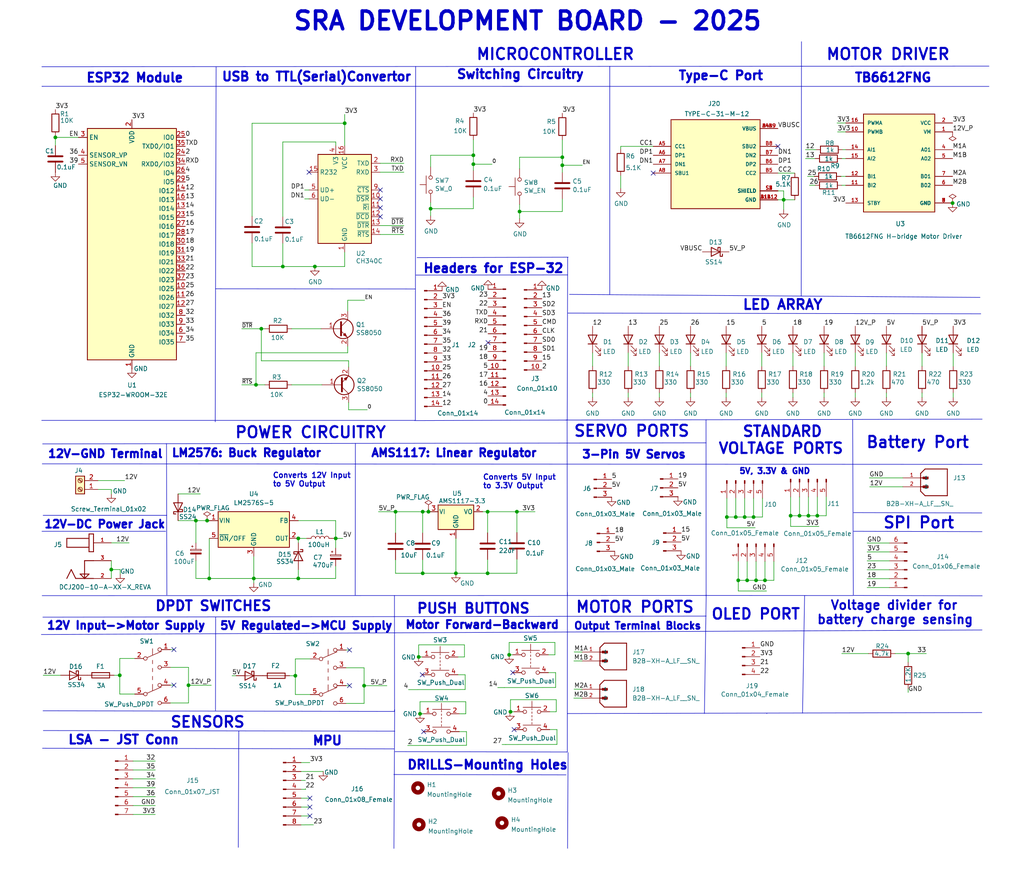
<source format=kicad_sch>
(kicad_sch (version 20231120) (generator "eeschema") (generator_version "8.0")
  (paper "User" 292.1 254)
  (junction (at 145.6182 203.1492))
  (junction (at 209.8802 147.574))
  (junction (at 213.1314 165.6334))
  (junction (at 215.6714 165.6334))
  (junction (at 120.5738 146.05))
  (junction (at 120.5738 163.6268))
  (junction (at 139.0904 146.05))
  (junction (at 73.025 109.8296))
  (junction (at 80.6704 76.073))
  (junction (at 84.2518 192.8622))
  (junction (at 160.401 47.1678))
  (junction (at 112.8268 146.05))
  (junction (at 119.4308 187.5028))
  (junction (at 95.758 153.67))
  (junction (at 122.2248 146.05))
  (junction (at 72.39 165.1))
  (junction (at 160.401 44.8818))
  (junction (at 259.0546 186.5376))
  (junction (at 31.75 162.56))
  (junction (at 34.163 192.7352))
  (junction (at 148.209 60.3758))
  (junction (at 103.8606 195.707))
  (junction (at 74.549 93.8276))
  (junction (at 139.0904 163.6268))
  (junction (at 210.5914 165.6334))
  (junction (at 218.2114 165.6334))
  (junction (at 89.8144 76.073))
  (junction (at 119.8118 203.7334))
  (junction (at 207.3402 147.574))
  (junction (at 55.88 148.59))
  (junction (at 230.6066 147.193))
  (junction (at 228.0666 147.193))
  (junction (at 212.4202 147.574))
  (junction (at 98.3234 35.179))
  (junction (at 147.447 146.05))
  (junction (at 59.0804 148.59))
  (junction (at 15.7988 39.2176))
  (junction (at 271.7292 57.9628))
  (junction (at 85.09 153.67))
  (junction (at 225.5266 147.193))
  (junction (at 59.69 165.1))
  (junction (at 214.9602 147.574))
  (junction (at 135.0264 46.863))
  (junction (at 233.1466 147.193))
  (junction (at 145.2372 186.8932))
  (junction (at 130.048 163.6268))
  (junction (at 85.09 165.1))
  (junction (at 53.7718 195.58))
  (junction (at 122.8344 59.563))
  (junction (at 223.5454 57.023))
  (junction (at 135.0264 44.323))
  (no_connect (at 108.4834 56.769))
  (no_connect (at 108.4834 54.229))
  (no_connect (at 146.6596 208.2292))
  (no_connect (at 99.695 185.5216))
  (no_connect (at 120.8532 208.8134))
  (no_connect (at 49.6062 185.3946))
  (no_connect (at 108.4834 61.849))
  (no_connect (at 139.2174 97.79))
  (no_connect (at 221.8944 41.783))
  (no_connect (at 99.695 195.6816))
  (no_connect (at 88.392 232.8926))
  (no_connect (at 146.2786 191.9732))
  (no_connect (at 88.1634 49.149))
  (no_connect (at 108.4834 59.309))
  (no_connect (at 120.4722 192.5828))
  (no_connect (at 49.6062 195.5546))
  (no_connect (at 186.3344 49.403))
  (no_connect (at 88.392 230.3526))
  (no_connect (at 88.392 227.8126))
  (wire (pts (xy 66.1924 192.8622) (xy 67.3608 192.8622)))
  (wire (pts (xy 160.401 56.8198) (xy 160.401 60.3758)))
  (wire (pts (xy 233.1466 147.193) (xy 235.6866 147.193)))
  (wire (pts (xy 119.8118 203.7334) (xy 119.8118 200.279)))
  (wire (pts (xy 158.2928 183.3626) (xy 158.2928 186.8932)))
  (wire (pts (xy 122.8344 47.625) (xy 122.8344 44.323)))
  (polyline (pts (xy 11.938 24.638) (xy 12.192 24.638)))
  (polyline (pts (xy 243.4336 169.9768) (xy 201.2188 169.9514)))
  (wire (pts (xy 95.758 153.67) (xy 95.758 156.464)))
  (wire (pts (xy 243.967 112.141) (xy 243.967 113.411)))
  (wire (pts (xy 218.2114 160.274) (xy 218.2114 165.6334)))
  (wire (pts (xy 240.1316 45.2628) (xy 241.2492 45.2628)))
  (wire (pts (xy 213.1314 165.6334) (xy 215.6714 165.6334)))
  (wire (pts (xy 139.0904 146.05) (xy 139.0904 152.0698)))
  (polyline (pts (xy 61.3918 120.396) (xy 61.6458 19.05)))
  (wire (pts (xy 158.6738 199.6948) (xy 158.6738 203.1492)))
  (wire (pts (xy 31.75 162.56) (xy 31.75 165.1)))
  (wire (pts (xy 271.907 100.711) (xy 271.907 104.521)))
  (wire (pts (xy 73.025 109.8296) (xy 68.961 109.8296)))
  (wire (pts (xy 145.2372 186.8932) (xy 146.2786 186.8932)))
  (polyline (pts (xy 201.422 169.9514) (xy 12.0142 170.0022)))
  (polyline (pts (xy 12.0396 132.3848) (xy 280.162 132.5372)))
  (wire (pts (xy 177.0634 41.783) (xy 177.0634 42.545)))
  (wire (pts (xy 259.0546 186.5376) (xy 264.2362 186.5376)))
  (wire (pts (xy 108.4834 46.609) (xy 115.2144 46.609)))
  (wire (pts (xy 147.447 159.6136) (xy 147.447 163.6268)))
  (wire (pts (xy 85.09 153.67) (xy 85.09 154.94)))
  (wire (pts (xy 207.3402 147.574) (xy 209.8802 147.574)))
  (polyline (pts (xy 112.522 169.9514) (xy 112.5474 203.0476)))
  (wire (pts (xy 48.5902 195.5546) (xy 49.6062 195.5546)))
  (wire (pts (xy 210.5914 160.274) (xy 210.5914 165.6334)))
  (wire (pts (xy 15.7988 39.2176) (xy 22.3774 39.2176)))
  (wire (pts (xy 238.9124 37.6428) (xy 241.2492 37.6428)))
  (polyline (pts (xy 201.422 126.3904) (xy 12.1412 126.6952)))
  (wire (pts (xy 209.8802 142.2146) (xy 209.8802 147.574)))
  (wire (pts (xy 84.2518 198.2216) (xy 88.519 198.2216)))
  (wire (pts (xy 72.39 158.75) (xy 72.39 165.1)))
  (wire (pts (xy 75.565 93.8276) (xy 74.549 93.8276)))
  (wire (pts (xy 84.2518 188.0616) (xy 84.2518 192.8622)))
  (wire (pts (xy 48.5902 185.3946) (xy 49.6062 185.3946)))
  (wire (pts (xy 85.852 220.1926) (xy 92.202 220.1926)))
  (wire (pts (xy 240.1316 52.8828) (xy 241.2492 52.8828)))
  (polyline (pts (xy 161.8234 203.6572) (xy 280.0858 203.3778)))
  (wire (pts (xy 84.2518 192.8622) (xy 84.2518 198.2216)))
  (wire (pts (xy 89.8144 76.073) (xy 98.3234 76.073)))
  (wire (pts (xy 99.187 100.6856) (xy 73.025 100.6856)))
  (wire (pts (xy 230.3272 50.3428) (xy 232.2576 50.3428)))
  (wire (pts (xy 55.88 148.59) (xy 59.0804 148.59)))
  (wire (pts (xy 103.8606 195.707) (xy 103.8606 200.7616)))
  (polyline (pts (xy 11.938 19.05) (xy 282.1178 18.8722)))
  (wire (pts (xy 229.7684 45.2628) (xy 232.5116 45.2628)))
  (wire (pts (xy 179.197 100.711) (xy 179.197 104.521)))
  (wire (pts (xy 31.75 139.7) (xy 31.75 140.97)))
  (wire (pts (xy 17.2974 192.7352) (xy 12.319 192.7352)))
  (wire (pts (xy 135.0264 46.863) (xy 135.0264 48.641)))
  (wire (pts (xy 107.95 146.05) (xy 112.8268 146.05)))
  (wire (pts (xy 259.0546 197.6374) (xy 259.0546 196.596)))
  (wire (pts (xy 55.88 160.02) (xy 55.88 165.1)))
  (polyline (pts (xy 173.9392 18.8976) (xy 173.9392 84.0994)))
  (wire (pts (xy 87.1728 225.2726) (xy 85.852 225.2726)))
  (wire (pts (xy 145.2372 183.3626) (xy 145.2372 186.8932)))
  (polyline (pts (xy 162.052 214.7824) (xy 161.8996 242.1382)))
  (wire (pts (xy 74.549 93.8276) (xy 68.961 93.8276)))
  (polyline (pts (xy 161.8488 169.0624) (xy 161.8234 214.63)))
  (polyline (pts (xy 112.6744 214.5284) (xy 161.8234 214.63)))
  (wire (pts (xy 80.6704 40.513) (xy 95.7834 40.513)))
  (polyline (pts (xy 68.1228 208.6864) (xy 67.9704 241.8588)))
  (wire (pts (xy 143.2052 212.4964) (xy 144.272 212.4964)))
  (wire (pts (xy 188.087 112.141) (xy 188.087 113.411)))
  (wire (pts (xy 253.6952 167.6908) (xy 247.3452 167.6908)))
  (wire (pts (xy 85.852 227.8126) (xy 88.392 227.8126)))
  (wire (pts (xy 253.6952 160.0708) (xy 247.3452 160.0708)))
  (wire (pts (xy 120.5738 146.05) (xy 120.5738 152.1206)))
  (wire (pts (xy 141.9606 196.2404) (xy 143.891 196.2404)))
  (polyline (pts (xy 112.5728 202.5396) (xy 112.3696 242.1636)))
  (wire (pts (xy 87.1728 225.171) (xy 87.1728 225.2726)))
  (wire (pts (xy 253.6952 165.1508) (xy 247.3452 165.1508)))
  (polyline (pts (xy 118.5672 18.9738) (xy 118.4656 119.9896)))
  (wire (pts (xy 59.69 153.67) (xy 59.69 165.1)))
  (wire (pts (xy 122.8344 44.323) (xy 135.0264 44.323)))
  (polyline (pts (xy 218.7448 203.6064) (xy 218.7448 203.708)))
  (polyline (pts (xy 229.5144 170.053) (xy 228.9302 203.5302)))
  (polyline (pts (xy 162.0774 73.406) (xy 118.9736 73.533)))
  (wire (pts (xy 53.7718 190.4746) (xy 53.7718 195.58)))
  (wire (pts (xy 131.0132 203.7334) (xy 132.8674 203.7334)))
  (wire (pts (xy 147.447 151.9936) (xy 147.447 146.05)))
  (wire (pts (xy 89.3826 235.4072) (xy 85.852 235.4326)))
  (wire (pts (xy 99.187 88.7476) (xy 99.187 85.6996)))
  (wire (pts (xy 271.907 112.141) (xy 271.907 113.411)))
  (wire (pts (xy 99.187 98.9076) (xy 99.187 100.6856)))
  (wire (pts (xy 82.6008 192.8622) (xy 84.2518 192.8622)))
  (wire (pts (xy 160.401 39.9288) (xy 160.401 44.8818)))
  (wire (pts (xy 53.7718 195.58) (xy 60.2742 195.58)))
  (wire (pts (xy 196.977 112.141) (xy 196.977 113.411)))
  (wire (pts (xy 235.6866 147.193) (xy 235.6866 141.8336)))
  (wire (pts (xy 233.1466 141.8336) (xy 233.1466 147.193)))
  (wire (pts (xy 85.09 162.56) (xy 85.09 165.1)))
  (polyline (pts (xy 201.3966 119.8372) (xy 201.422 169.9514)))
  (wire (pts (xy 88.1634 56.769) (xy 86.8934 56.769)))
  (wire (pts (xy 132.8674 200.279) (xy 132.8674 203.7334)))
  (wire (pts (xy 80.6704 76.073) (xy 71.9074 76.073)))
  (wire (pts (xy 120.5738 163.6268) (xy 130.048 163.6268)))
  (wire (pts (xy 228.0666 147.193) (xy 230.6066 147.193)))
  (wire (pts (xy 259.0546 188.976) (xy 259.0546 186.5376)))
  (wire (pts (xy 253.6952 154.9908) (xy 247.3452 154.9908)))
  (wire (pts (xy 133.0706 208.8134) (xy 131.0132 208.8134)))
  (wire (pts (xy 119.4308 187.5028) (xy 119.4308 184.0484)))
  (wire (pts (xy 31.75 154.94) (xy 36.83 154.94)))
  (wire (pts (xy 103.8606 195.707) (xy 110.363 195.707)))
  (wire (pts (xy 207.137 112.141) (xy 207.137 113.411)))
  (wire (pts (xy 95.758 165.1) (xy 95.758 161.544)))
  (wire (pts (xy 120.5738 159.7406) (xy 120.5738 163.6268)))
  (wire (pts (xy 156.4386 186.8932) (xy 158.2928 186.8932)))
  (wire (pts (xy 207.3402 150.622) (xy 215.4174 150.622)))
  (wire (pts (xy 139.0904 146.05) (xy 147.447 146.05)))
  (wire (pts (xy 37.9476 229.9208) (xy 44.2976 229.9208)))
  (wire (pts (xy 34.163 187.9346) (xy 34.163 192.7352)))
  (wire (pts (xy 122.8344 57.785) (xy 122.8344 59.563)))
  (wire (pts (xy 135.0264 46.863) (xy 140.3604 46.863)))
  (wire (pts (xy 196.977 100.711) (xy 196.977 104.521)))
  (wire (pts (xy 132.6896 196.7992) (xy 132.6896 192.5828)))
  (wire (pts (xy 139.0904 159.6898) (xy 139.0904 163.6268)))
  (wire (pts (xy 108.4834 64.389) (xy 115.2144 64.389)))
  (wire (pts (xy 135.0264 39.878) (xy 135.0264 44.323)))
  (wire (pts (xy 112.8268 146.05) (xy 120.5738 146.05)))
  (wire (pts (xy 95.7834 41.529) (xy 95.7834 40.513)))
  (wire (pts (xy 135.0264 44.323) (xy 135.0264 46.863)))
  (wire (pts (xy 221.8944 54.483) (xy 223.5454 54.483)))
  (wire (pts (xy 218.2114 165.6334) (xy 220.7514 165.6334)))
  (wire (pts (xy 48.5902 190.4746) (xy 53.7718 190.4746)))
  (polyline (pts (xy 161.925 73.406) (xy 161.798 119.888)))
  (wire (pts (xy 252.857 112.141) (xy 252.857 113.411)))
  (wire (pts (xy 210.5914 168.6814) (xy 218.6686 168.6814)))
  (polyline (pts (xy 161.798 119.888) (xy 118.2116 120.0404)))
  (wire (pts (xy 214.9602 147.574) (xy 217.5002 147.574)))
  (wire (pts (xy 55.88 148.59) (xy 55.88 154.94)))
  (wire (pts (xy 112.8268 159.7406) (xy 112.8268 163.6268)))
  (wire (pts (xy 89.3826 235.4326) (xy 89.3826 235.4072)))
  (wire (pts (xy 55.88 165.1) (xy 59.69 165.1)))
  (polyline (pts (xy 101.3714 126.5428) (xy 101.3206 169.8244)))
  (wire (pts (xy 223.5454 54.483) (xy 223.5454 57.023)))
  (wire (pts (xy 226.187 100.711) (xy 226.187 104.521)))
  (wire (pts (xy 223.5454 57.023) (xy 226.7204 57.023)))
  (wire (pts (xy 83.185 93.8276) (xy 91.567 93.8276)))
  (wire (pts (xy 145.6182 203.1492) (xy 146.6596 203.1492)))
  (wire (pts (xy 37.9476 232.4608) (xy 44.2976 232.4608)))
  (wire (pts (xy 225.5266 150.241) (xy 233.6038 150.241)))
  (wire (pts (xy 108.4834 66.929) (xy 115.2144 66.929)))
  (wire (pts (xy 240.1062 186.5376) (xy 247.7262 186.5376)))
  (wire (pts (xy 135.0264 56.261) (xy 135.0264 59.563)))
  (wire (pts (xy 98.679 190.6016) (xy 103.8606 190.6016)))
  (wire (pts (xy 145.6182 199.6948) (xy 158.6738 199.6948)))
  (wire (pts (xy 259.0546 186.5376) (xy 255.3462 186.5376)))
  (wire (pts (xy 145.2372 183.3626) (xy 158.2928 183.3626)))
  (wire (pts (xy 148.209 48.1838) (xy 148.209 44.8818)))
  (wire (pts (xy 156.8196 203.1492) (xy 158.6738 203.1492)))
  (wire (pts (xy 83.185 109.8296) (xy 91.821 109.8296)))
  (wire (pts (xy 243.967 100.711) (xy 243.967 104.521)))
  (wire (pts (xy 116.5098 196.8246) (xy 132.6896 196.7992)))
  (wire (pts (xy 169.037 112.141) (xy 169.037 113.411)))
  (wire (pts (xy 225.5266 147.193) (xy 228.0666 147.193)))
  (wire (pts (xy 214.9602 142.2146) (xy 214.9602 147.574)))
  (wire (pts (xy 228.0666 141.8336) (xy 228.0666 147.193)))
  (polyline (pts (xy 228.6254 11.8872) (xy 228.5492 84.5566)))
  (wire (pts (xy 145.4658 203.1492) (xy 145.6182 203.1492)))
  (wire (pts (xy 160.401 44.8818) (xy 160.401 47.1678)))
  (wire (pts (xy 209.8802 147.574) (xy 212.4202 147.574)))
  (wire (pts (xy 71.9074 76.073) (xy 71.9074 69.342)))
  (wire (pts (xy 215.6714 165.6334) (xy 218.2114 165.6334)))
  (wire (pts (xy 158.496 196.215) (xy 158.496 191.9732)))
  (wire (pts (xy 99.441 102.9716) (xy 74.549 102.9716)))
  (wire (pts (xy 122.2248 146.05) (xy 122.428 146.05)))
  (wire (pts (xy 85.852 222.7326) (xy 87.122 222.7326)))
  (wire (pts (xy 132.4864 184.0484) (xy 132.4864 187.5028)))
  (wire (pts (xy 133.0706 212.725) (xy 133.0706 208.8134)))
  (wire (pts (xy 34.29 162.56) (xy 34.29 163.83)))
  (polyline (pts (xy 112.3188 221.0562) (xy 161.4678 221.1578)))
  (wire (pts (xy 163.7538 196.6976) (xy 166.0144 196.723)))
  (wire (pts (xy 53.7718 200.6346) (xy 48.5902 200.6346)))
  (wire (pts (xy 50.8 140.97) (xy 57.15 140.97)))
  (polyline (pts (xy 280.162 119.634) (xy 161.29 119.888)))
  (wire (pts (xy 88.519 188.0616) (xy 84.2518 188.0616)))
  (polyline (pts (xy 12.3444 208.5086) (xy 112.6236 208.6864)))
  (wire (pts (xy 75.565 109.8296) (xy 73.025 109.8296)))
  (wire (pts (xy 15.7988 38.8874) (xy 15.7988 39.2176)))
  (wire (pts (xy 186.3344 41.783) (xy 177.0634 41.783)))
  (wire (pts (xy 226.187 112.141) (xy 226.187 113.411)))
  (wire (pts (xy 238.76 35.1028) (xy 241.2492 35.1028)))
  (wire (pts (xy 177.0634 53.721) (xy 177.0634 50.165)))
  (wire (pts (xy 147.447 146.05) (xy 152.6286 146.05)))
  (wire (pts (xy 253.6952 162.6108) (xy 247.3452 162.6108)))
  (wire (pts (xy 232.7656 42.7228) (xy 229.7684 42.7228)))
  (wire (pts (xy 148.209 58.3438) (xy 148.209 60.3758)))
  (polyline (pts (xy 118.4656 119.9896) (xy 11.8872 119.9896)))
  (polyline (pts (xy 118.4656 82.4738) (xy 61.4934 82.423)))
  (wire (pts (xy 253.6952 157.5308) (xy 247.3452 157.5308)))
  (wire (pts (xy 252.857 100.711) (xy 252.857 104.521)))
  (wire (pts (xy 31.75 162.56) (xy 34.29 162.56)))
  (wire (pts (xy 74.549 102.9716) (xy 74.549 93.8276)))
  (wire (pts (xy 163.703 188.6458) (xy 166.0398 188.6458)))
  (wire (pts (xy 85.09 165.1) (xy 95.758 165.1)))
  (wire (pts (xy 95.758 148.59) (xy 95.758 153.67)))
  (wire (pts (xy 120.5738 146.05) (xy 122.2248 146.05)))
  (wire (pts (xy 217.297 100.711) (xy 217.297 104.521)))
  (wire (pts (xy 207.137 100.711) (xy 207.137 104.521)))
  (polyline (pts (xy 12.2682 202.8698) (xy 112.5474 203.0476)))
  (wire (pts (xy 37.9476 217.2208) (xy 44.2976 217.2208)))
  (wire (pts (xy 160.401 60.3758) (xy 148.209 60.3758)))
  (wire (pts (xy 207.3402 142.2146) (xy 207.3402 147.574)))
  (wire (pts (xy 85.852 217.6526) (xy 88.392 217.6526)))
  (wire (pts (xy 235.077 112.141) (xy 235.077 113.411)))
  (polyline (pts (xy 280.1366 151.7396) (xy 243.5098 151.638)))
  (wire (pts (xy 71.9074 61.722) (xy 71.9074 35.179)))
  (wire (pts (xy 95.0976 153.67) (xy 95.758 153.67)))
  (wire (pts (xy 221.8944 57.023) (xy 223.5454 57.023)))
  (wire (pts (xy 179.197 112.141) (xy 179.197 113.411)))
  (wire (pts (xy 98.679 185.5216) (xy 99.695 185.5216)))
  (wire (pts (xy 112.8268 146.05) (xy 112.8268 152.1206)))
  (wire (pts (xy 220.7514 165.6334) (xy 220.7514 160.274)))
  (wire (pts (xy 148.209 44.8818) (xy 160.401 44.8818)))
  (polyline (pts (xy 201.4474 169.7736) (xy 200.9394 203.6572)))
  (wire (pts (xy 27.94 137.16) (xy 35.56 137.16)))
  (wire (pts (xy 143.891 196.2404) (xy 158.496 196.215)))
  (wire (pts (xy 59.69 165.1) (xy 72.39 165.1)))
  (polyline (pts (xy 279.5524 84.8868) (xy 162.433 84.0232)))
  (wire (pts (xy 130.048 153.67) (xy 130.048 163.6268)))
  (wire (pts (xy 122.8344 59.563) (xy 122.8344 61.595)))
  (wire (pts (xy 98.3234 41.529) (xy 98.3234 35.179)))
  (wire (pts (xy 119.4308 187.5282) (xy 119.4308 187.5028)))
  (wire (pts (xy 212.4202 147.574) (xy 214.9602 147.574)))
  (wire (pts (xy 87.1728 225.171) (xy 87.122 225.171)))
  (wire (pts (xy 15.7734 39.2176) (xy 15.7988 39.2176)))
  (polyline (pts (xy 61.5188 176.149) (xy 61.468 202.8444)))
  (polyline (pts (xy 201.4474 175.8442) (xy 12.2174 176.149)))
  (polyline (pts (xy 280.1874 170.053) (xy 243.5606 169.9514)))
  (polyline (pts (xy 47.498 126.6444) (xy 47.5996 169.8244)))
  (wire (pts (xy 210.5914 165.6334) (xy 210.5914 168.6814)))
  (wire (pts (xy 223.5454 57.023) (xy 223.5454 59.817)))
  (wire (pts (xy 263.017 100.711) (xy 263.017 104.521)))
  (wire (pts (xy 137.668 146.05) (xy 139.0904 146.05)))
  (polyline (pts (xy 280.1366 179.8066) (xy 11.7856 181.102)))
  (polyline (pts (xy 12.1158 213.5632) (xy 112.395 213.741)))
  (wire (pts (xy 239.8776 50.3428) (xy 241.2492 50.3428)))
  (wire (pts (xy 80.6704 76.073) (xy 89.8144 76.073)))
  (wire (pts (xy 15.7988 39.2176) (xy 15.7988 41.5544)))
  (wire (pts (xy 34.163 192.7352) (xy 34.163 198.0946)))
  (wire (pts (xy 119.4308 187.5028) (xy 120.4722 187.5028)))
  (wire (pts (xy 108.4834 49.149) (xy 115.2144 49.149)))
  (wire (pts (xy 263.017 112.141) (xy 263.017 113.411)))
  (polyline (pts (xy 243.2304 119.8118) (xy 243.4082 169.8498)))
  (wire (pts (xy 130.048 163.6268) (xy 139.0904 163.6268)))
  (wire (pts (xy 103.8606 190.6016) (xy 103.8606 195.707)))
  (wire (pts (xy 230.6066 141.8336) (xy 230.6066 147.193)))
  (wire (pts (xy 72.39 165.1) (xy 85.09 165.1)))
  (wire (pts (xy 80.6704 40.513) (xy 80.6704 61.849)))
  (wire (pts (xy 210.5914 165.6334) (xy 213.1314 165.6334)))
  (wire (pts (xy 71.9074 35.179) (xy 98.3234 35.179)))
  (wire (pts (xy 99.441 114.9096) (xy 99.441 116.9416)))
  (polyline (pts (xy 47.5996 147.0914) (xy 12.2936 147.0914)))
  (polyline (pts (xy 279.781 89.5604) (xy 162.0012 89.3572)))
  (wire (pts (xy 98.679 195.6816) (xy 99.695 195.6816)))
  (wire (pts (xy 225.5266 147.193) (xy 225.5266 150.241)))
  (wire (pts (xy 85.09 148.59) (xy 95.758 148.59)))
  (wire (pts (xy 158.877 212.471) (xy 158.877 208.2292)))
  (polyline (pts (xy 161.9504 78.4606) (xy 118.6434 78.5114)))
  (wire (pts (xy 85.852 232.8926) (xy 88.392 232.8926)))
  (wire (pts (xy 188.087 100.711) (xy 188.087 104.521)))
  (wire (pts (xy 235.077 100.711) (xy 235.077 104.521)))
  (wire (pts (xy 103.8606 200.7616) (xy 98.679 200.7616)))
  (polyline (pts (xy 47.2694 151.638) (xy 11.9634 151.638)))
  (wire (pts (xy 116.2812 212.7758) (xy 133.0706 212.725)))
  (wire (pts (xy 135.0264 59.563) (xy 122.8344 59.563)))
  (wire (pts (xy 37.9476 219.7608) (xy 44.2976 219.7608)))
  (wire (pts (xy 85.852 230.3526) (xy 88.392 230.3526)))
  (wire (pts (xy 158.496 191.9732) (xy 156.4386 191.9732)))
  (wire (pts (xy 163.6776 199.263) (xy 166.0144 199.263)))
  (wire (pts (xy 59.0804 148.59) (xy 59.69 148.59)))
  (wire (pts (xy 163.7792 186.0804) (xy 166.0398 186.1058)))
  (wire (pts (xy 230.6066 147.193) (xy 233.1466 147.193)))
  (wire (pts (xy 99.187 85.6996) (xy 104.013 85.6996)))
  (wire (pts (xy 215.6714 160.274) (xy 215.6714 165.6334)))
  (wire (pts (xy 160.401 47.1678) (xy 166.116 47.1678)))
  (wire (pts (xy 37.9476 227.3808) (xy 44.2976 227.3808)))
  (wire (pts (xy 119.8118 203.7334) (xy 120.8532 203.7334)))
  (wire (pts (xy 226.7204 49.403) (xy 221.8944 49.403)))
  (wire (pts (xy 34.163 198.0946) (xy 38.4302 198.0946)))
  (wire (pts (xy 217.5002 147.574) (xy 217.5002 142.2146)))
  (wire (pts (xy 207.3402 147.574) (xy 207.3402 150.622)))
  (wire (pts (xy 31.75 160.02) (xy 31.75 162.56)))
  (wire (pts (xy 112.8268 163.6268) (xy 120.5738 163.6268)))
  (wire (pts (xy 213.1314 160.274) (xy 213.1314 165.6334)))
  (wire (pts (xy 119.8118 200.279) (xy 132.8674 200.279)))
  (wire (pts (xy 248.0818 138.938) (xy 257.5306 138.938)))
  (wire (pts (xy 217.297 112.141) (xy 217.297 113.411)))
  (wire (pts (xy 99.441 104.7496) (xy 99.441 102.9716)))
  (wire (pts (xy 145.6182 203.1492) (xy 145.6182 199.6948)))
  (wire (pts (xy 158.877 208.2292) (xy 156.8196 208.2292)))
  (wire (pts (xy 144.272 212.4964) (xy 158.877 212.471)))
  (wire (pts (xy 148.209 60.3758) (xy 148.209 62.4078)))
  (wire (pts (xy 139.0904 163.6268) (xy 147.447 163.6268)))
  (wire (pts (xy 122.2248 145.3388) (xy 122.2248 146.05)))
  (wire (pts (xy 88.1634 54.229) (xy 86.8934 54.229)))
  (wire (pts (xy 95.758 153.67) (xy 97.79 153.67)))
  (polyline (pts (xy 161.7726 119.6086) (xy 161.8234 169.8752)))
  (wire (pts (xy 37.9476 222.3008) (xy 44.2976 222.3008)))
  (wire (pts (xy 99.441 116.9416) (xy 104.775 116.9416)))
  (wire (pts (xy 119.4308 184.0484) (xy 132.4864 184.0484)))
  (wire (pts (xy 38.4302 187.9346) (xy 34.163 187.9346)))
  (wire (pts (xy 230.886 52.8828) (xy 232.5116 52.8828)))
  (wire (pts (xy 32.5374 192.7352) (xy 34.163 192.7352)))
  (wire (pts (xy 37.9476 224.8408) (xy 44.2976 224.8408)))
  (polyline (pts (xy 280.0858 146.4056) (xy 243.459 146.304)))
  (wire (pts (xy 169.037 100.711) (xy 169.037 104.521)))
  (wire (pts (xy 98.3234 76.073) (xy 98.3234 72.009)))
  (wire (pts (xy 27.94 139.7) (xy 31.75 139.7)))
  (wire (pts (xy 247.9802 136.398) (xy 257.5306 136.398)))
  (wire (pts (xy 130.6322 187.5028) (xy 132.4864 187.5028)))
  (polyline (pts (xy 12.192 24.638) (xy 282.1178 24.6634)))
  (wire (pts (xy 212.4202 142.2146) (xy 212.4202 147.574)))
  (wire (pts (xy 73.025 100.6856) (xy 73.025 109.8296)))
  (wire (pts (xy 50.8 148.59) (xy 55.88 148.59)))
  (wire (pts (xy 240.3856 42.7228) (xy 241.2492 42.7228)))
  (wire (pts (xy 98.3234 35.179) (xy 98.3234 32.639)))
  (wire (pts (xy 53.7718 195.58) (xy 53.7718 200.6346)))
  (wire (pts (xy 72.39 166.37) (xy 72.39 165.1)))
  (wire (pts (xy 225.5266 141.8336) (xy 225.5266 147.193)))
  (wire (pts (xy 80.6704 69.469) (xy 80.6704 76.073)))
  (wire (pts (xy 132.6896 192.5828) (xy 130.6322 192.5828)))
  (wire (pts (xy 85.09 153.67) (xy 87.4776 153.67)))
  (wire (pts (xy 160.401 47.1678) (xy 160.401 49.1998)))
  (text "MOTOR PORTS\n\n" (at 164.0078 180.4162 0) (effects (font (size 3.175 3.175) (thickness 0.6) (bold yes)) (justify left bottom)))
  (text "SRA DEVELOPMENT BOARD - 2025" (at 83.312 9.144 0) (effects (font (size 5.08 5.08) (thickness 1) (bold yes)) (justify left bottom)))
  (text "LED ARRAY" (at 211.6328 88.7984 0) (effects (font (size 2.794 2.794) (thickness 0.6) (bold yes)) (justify left bottom)))
  (text "5V Regulated->MCU Supply" (at 62.5348 180.1114 0) (effects (font (size 2.286 2.286) (thickness 0.6) (bold yes)) (justify left bottom)))
  (text "12V-GND Terminal" (at 13.462 131.064 0) (effects (font (size 2.286 2.286) (thickness 0.6) (bold yes)) (justify left bottom)))
  (text "ESP32 Module" (at 24.384 23.876 0) (effects (font (size 2.54 2.54) (thickness 0.6) (bold yes)) (justify left bottom)))
  (text "Battery Port" (at 246.8626 128.27 0) (effects (font (size 3.175 3.175) (thickness 0.6) (bold yes)) (justify left bottom)))
  (text "Converts 5V Input \nto 3.3V Output" (at 137.668 139.7 0) (effects (font (size 1.524 1.524) (bold yes)) (justify left bottom)))
  (text "Output Terminal Blocks" (at 163.5506 180.0098 0) (effects (font (size 2.032 2.032) (thickness 0.6) (bold yes)) (justify left bottom)))
  (text "DRILLS-Mounting Holes" (at 115.9256 219.9894 0) (effects (font (size 2.54 2.54) (thickness 0.6) (bold yes)) (justify left bottom)))
  (text "LSA - JST Conn\n" (at 19.2024 212.8012 0) (effects (font (size 2.54 2.54) (thickness 0.6) (bold yes)) (justify left bottom)))
  (text "   Voltage divider for \n battery charge sensing\n" (at 230.9368 178.5112 0) (effects (font (size 2.54 2.54) (bold yes)) (justify left bottom)))
  (text "MICROCONTROLLER" (at 135.636 17.526 0) (effects (font (size 3.175 3.175) (thickness 0.6) (bold yes)) (justify left bottom)))
  (text "DPDT SWITCHES" (at 44.0182 174.7774 0) (effects (font (size 2.794 2.794) (thickness 0.6) (bold yes)) (justify left bottom)))
  (text "3-Pin 5V Servos" (at 165.8366 131.2164 0) (effects (font (size 2.286 2.286) (thickness 0.6) (bold yes)) (justify left bottom)))
  (text "POWER CIRCUITRY" (at 66.802 125.476 0) (effects (font (size 3.175 3.175) (thickness 0.6) (bold yes)) (justify left bottom)))
  (text "SERVO PORTS" (at 163.4744 125.0696 0) (effects (font (size 3.175 3.175) (thickness 0.6) (bold yes)) (justify left bottom)))
  (text "12V-DC Power Jack" (at 12.446 151.13 0) (effects (font (size 2.2352 2.2352) (thickness 0.6) (bold yes)) (justify left bottom)))
  (text "AMS1117: Linear Regulator" (at 105.664 130.81 0) (effects (font (size 2.286 2.286) (thickness 0.6) (bold yes)) (justify left bottom)))
  (text "MPU" (at 88.9254 213.0806 0) (effects (font (size 2.54 2.54) (thickness 0.6) (bold yes)) (justify left bottom)))
  (text "Headers for ESP-32" (at 120.523 78.2574 0) (effects (font (size 2.54 2.54) (thickness 0.6) (bold yes)) (justify left bottom)))
  (text "OLED PORT" (at 202.692 177.2158 0) (effects (font (size 3 3) (thickness 0.6) (bold yes)) (justify left bottom)))
  (text "Type-C Port\n" (at 193.3194 23.241 0) (effects (font (size 2.54 2.54) (thickness 0.6) (bold yes)) (justify left bottom)))
  (text "   STANDARD \nVOLTAGE PORTS" (at 204.724 129.921 0) (effects (font (size 3 3) (thickness 0.6) (bold yes)) (justify left bottom)))
  (text "SENSORS" (at 48.387 208.0768 0) (effects (font (size 3.048 3.048) (thickness 0.6) (bold yes)) (justify left bottom)))
  (text "Motor Forward-Backward" (at 115.4176 179.832 0) (effects (font (size 2.286 2.286) (thickness 0.6) (bold yes)) (justify left bottom)))
  (text "MOTOR DRIVER\n" (at 235.458 17.526 0) (effects (font (size 3.175 3.175) (thickness 0.6) (bold yes)) (justify left bottom)))
  (text "PUSH BUTTONS" (at 118.6688 175.4886 0) (effects (font (size 2.794 2.794) (thickness 0.6) (bold yes)) (justify left bottom)))
  (text "12V Input->Motor Supply" (at 13.1826 180.0606 0) (effects (font (size 2.286 2.286) (thickness 0.6) (bold yes)) (justify left bottom)))
  (text "Converts 12V Input \nto 5V Output" (at 77.724 139.192 0) (effects (font (size 1.524 1.524) (bold yes)) (justify left bottom)))
  (text "5V, 3.3V & GND" (at 210.7438 135.6106 0) (effects (font (size 1.651 1.651) (thickness 0.6) (bold yes)) (justify left bottom)))
  (text "Switching Circuitry\n" (at 130.0734 22.8854 0) (effects (font (size 2.54 2.54) (thickness 0.6) (bold yes)) (justify left bottom)))
  (text "SPI Port\n" (at 251.714 151.2316 0) (effects (font (size 3.175 3.175) (thickness 0.6) (bold yes)) (justify left bottom)))
  (text "USB to TTL(Serial)Convertor" (at 63.0428 23.5712 0) (effects (font (size 2.54 2.54) (thickness 0.6) (bold yes)) (justify left bottom)))
  (text "TB6612FNG\n" (at 243.586 22.352 0) (effects (font (size 2.54 2.54) (thickness 0.6) (bold yes)) (justify left)))
  (text "LM2576: Buck Regulator" (at 48.768 130.81 0) (effects (font (size 2.286 2.286) (thickness 0.6) (bold yes)) (justify left bottom)))
  (label "4" (at 139.2174 113.03 180))
  (label "33" (at 126.111 103.3018 0))
  (label "2" (at 154.5844 105.5878 0))
  (label "2" (at 52.8574 44.2976 0))
  (label "12V_P" (at 243.967 93.091 0))
  (label "GND" (at 218.6686 168.6814 180))
  (label "34" (at 52.8574 95.0976 0))
  (label "32" (at 52.8574 90.0176 0))
  (label "12V_P" (at 60.2742 195.58 180))
  (label "M1B" (at 271.7292 45.2628 0))
  (label "3V3" (at 152.6286 146.05 180))
  (label "17" (at 139.2174 107.95 180))
  (label "DN1" (at 221.8944 44.323 0))
  (label "5V_P" (at 207.9752 71.882 0))
  (label "27" (at 52.8574 87.4776 0))
  (label "5V" (at 215.4174 150.622 180))
  (label "12V_P" (at 271.7292 37.6428 0))
  (label "22" (at 52.8574 77.3176 0))
  (label "EN" (at 104.013 85.6996 0) (effects (font (size 1.0668 1.0668))))
  (label "22" (at 87.122 225.171 0))
  (label "36" (at 44.2976 227.3808 180))
  (label "26" (at 230.886 52.8828 0))
  (label "14" (at 126.111 113.4618 0))
  (label "33" (at 52.8574 92.5576 0))
  (label "16" (at 139.2174 110.49 180))
  (label "TXD" (at 115.2144 49.149 180))
  (label "12" (at 52.8574 54.4576 0))
  (label "3V3" (at 238.9124 37.6428 0))
  (label "TXD" (at 139.2174 90.17 180))
  (label "GND" (at 216.789 184.8866 0))
  (label "3V3" (at 15.7988 31.2674 0))
  (label "5V_P" (at 107.95 146.05 0))
  (label "3V3" (at 216.789 187.4266 0))
  (label "34" (at 126.111 95.6818 0))
  (label "M1A" (at 271.7292 42.7228 0))
  (label "25" (at 52.8574 82.3976 0))
  (label "21" (at 139.2174 95.25 180))
  (label "0" (at 104.775 116.9416 0) (effects (font (size 1.0668 1.0668))))
  (label "36" (at 126.111 90.6018 0))
  (label "15" (at 154.5844 103.0478 0))
  (label "22" (at 216.789 192.5066 0))
  (label "5V" (at 175.3616 154.813 0))
  (label "3V3" (at 238.76 35.1028 0))
  (label "26" (at 126.111 108.3818 0))
  (label "39" (at 22.3774 46.8376 180))
  (label "~{RTS}" (at 68.961 109.8296 0) (effects (font (size 1.0668 1.0668))))
  (label "RXD" (at 139.2174 92.71 180))
  (label "19" (at 193.3956 136.7028 0))
  (label "19" (at 247.3452 167.6908 0))
  (label "18" (at 52.8574 69.6976 0))
  (label "39" (at 44.2976 224.8408 180))
  (label "35" (at 126.111 98.2218 0))
  (label "21" (at 216.789 189.9666 0))
  (label "12V" (at 57.15 140.97 180))
  (label "SD0" (at 154.5844 97.9678 0))
  (label "~{DTR}" (at 68.961 93.8276 0) (effects (font (size 1.0668 1.0668))))
  (label "27" (at 126.111 110.9218 0))
  (label "15" (at 194.2846 152.146 0))
  (label "18" (at 226.187 93.091 0))
  (label "5V_P" (at 110.363 195.707 180))
  (label "TXD" (at 52.8574 41.7576 0))
  (label "3V3" (at 88.392 217.6526 0))
  (label "3V3" (at 135.0264 32.258 0))
  (label "18" (at 247.3452 165.1508 0))
  (label "5" (at 247.3452 160.0708 0))
  (label "5V" (at 193.3956 139.2428 0))
  (label "25" (at 230.3272 50.3428 0))
  (label "5V_P" (at 263.017 93.091 0))
  (label "EN" (at 126.111 88.0618 0))
  (label "23" (at 52.8574 79.8576 0))
  (label "CC1" (at 186.3344 41.783 180))
  (label "21" (at 52.8574 74.7776 0))
  (label "25" (at 126.111 105.8418 0))
  (label "2" (at 116.2812 212.7758 0))
  (label "RXD" (at 115.2144 46.609 180))
  (label "36" (at 22.3774 44.2976 180))
  (label "14" (at 141.9606 196.2404 180))
  (label "19" (at 52.8574 72.2376 0))
  (label "19" (at 139.2174 100.33 180))
  (label "0" (at 139.2174 115.57 180))
  (label "18" (at 139.2174 102.87 180))
  (label "23" (at 139.2174 85.09 180))
  (label "23" (at 247.3452 162.6108 0))
  (label "12V" (at 240.1062 186.5376 0))
  (label "~{DTR}" (at 115.2144 64.389 180))
  (label "4" (at 52.8574 49.3776 0))
  (label "0" (at 52.8574 39.2176 0))
  (label "SD3" (at 154.5844 90.3478 0))
  (label "DN1" (at 186.3344 46.863 180))
  (label "5V" (at 252.857 93.091 0))
  (label "16" (at 52.8574 64.6176 0))
  (label "M2B" (at 163.6776 199.263 0))
  (label "5" (at 217.297 93.091 0))
  (label "3V3" (at 160.401 32.3088 0))
  (label "SD2" (at 154.5844 87.8078 0))
  (label "M2A" (at 163.7538 196.6976 0))
  (label "12V" (at 36.83 154.94 180))
  (label "5V" (at 97.79 153.67 0))
  (label "0" (at 140.3604 46.863 0) (effects (font (size 1.0668 1.0668))))
  (label "M2B" (at 271.7292 52.8828 0))
  (label "M1B" (at 163.703 188.6458 0))
  (label "12V" (at 248.0818 138.938 0))
  (label "13" (at 229.7684 45.2628 0))
  (label "3V3" (at 126.111 85.5218 0))
  (label "5" (at 52.8574 51.9176 0))
  (label "35" (at 44.2976 219.7608 180))
  (label "GND" (at 44.2976 229.9208 180))
  (label "3V3" (at 247.3452 157.5308 0))
  (label "39" (at 126.111 93.1418 0))
  (label "34" (at 44.2976 222.3008 180))
  (label "3V3" (at 271.907 93.091 0))
  (label "GND" (at 247.3452 154.9908 0))
  (label "12V" (at 35.56 137.16 0))
  (label "3V3" (at 37.6174 34.1376 0))
  (label "5V" (at 194.2846 154.686 0))
  (label "VBUSC" (at 221.8944 36.703 0))
  (label "5" (at 174.4726 136.8298 0))
  (label "CC2" (at 221.8944 49.403 0))
  (label "CMD" (at 154.5844 92.8878 0))
  (label "13" (at 52.8574 56.9976 0))
  (label "M1A" (at 163.7792 186.0804 0))
  (label "26" (at 52.8574 84.9376 0))
  (label "13" (at 179.197 93.091 0))
  (label "15" (at 207.137 93.091 0))
  (label "23" (at 89.3826 235.4326 0))
  (label "25" (at 188.087 93.091 0))
  (label "5V" (at 174.4726 139.3698 0))
  (label "12" (at 229.7684 42.7228 0))
  (label "12" (at 126.111 116.0018 0))
  (label "27" (at 143.2052 212.4964 180))
  (label "EN" (at 166.116 47.1678 0) (effects (font (size 1.0668 1.0668))))
  (label "SD1" (at 154.5844 100.5078 0))
  (label "19" (at 235.077 93.091 0))
  (label "DP1" (at 186.3344 44.323 180))
  (label "17" (at 52.8574 67.1576 0))
  (label "5" (at 139.2174 105.41 180))
  (label "12" (at 169.037 93.091 0))
  (label "5V" (at 66.1924 192.8622 0))
  (label "26" (at 196.977 93.091 0))
  (label "21" (at 87.122 222.7326 0))
  (label "33" (at 264.2362 186.5376 180))
  (label "DP1" (at 221.8944 46.863 0))
  (label "EN" (at 22.3774 39.2176 180))
  (label "35" (at 52.8574 97.6376 0))
  (label "22" (at 139.2174 87.63 180))
  (label "15" (at 52.8574 62.0776 0))
  (label "CLK" (at 154.5844 95.4278 0))
  (label "32" (at 126.111 100.7618 0))
  (label "GND" (at 259.0546 197.6374 0))
  (label "M2A" (at 271.7292 50.3428 0))
  (label "3V3" (at 233.6038 150.241 180))
  (label "4" (at 116.5098 196.8246 180))
  (label "3V3" (at 271.7292 35.1028 0))
  (label "32" (at 44.2976 217.2208 180))
  (label "GND" (at 247.9802 136.398 0))
  (label "~{RTS}" (at 115.2144 66.929 180))
  (label "14" (at 52.8574 59.5376 0))
  (label "3V3" (at 44.2976 232.4608 180))
  (label "3V3" (at 98.3234 32.639 0))
  (label "3V3" (at 241.2492 57.9628 180))
  (label "13" (at 154.5844 85.2678 0))
  (label "VBUSC" (at 200.3552 71.882 180))
  (label "RXD" (at 52.8574 46.8376 0))
  (label "DN1" (at 86.8934 56.769 180))
  (label "DP1" (at 86.8934 54.229 180))
  (label "18" (at 175.3616 152.273 0))
  (label "12V" (at 12.319 192.7352 0))
  (symbol (lib_id "Device:R") (at 236.5756 42.7228 90) (unit 1)
    (property "Reference" "R8" (at 236.6772 40.894 90))
    (property "Value" "1k" (at 236.7788 42.7736 90))
    (property "Footprint" "Resistor_SMD:R_0603_1608Metric" (effects (hide yes)))
  )
  (symbol (lib_id "power:GND") (at 188.087 113.411 0) (unit 1)
    (property "Reference" "#PWR04" (effects (hide yes)))
    (property "Value" "GND" (at 188.087 117.9735 0))
  )
  (symbol (lib_id "power:GND") (at 179.197 113.411 0) (unit 1)
    (property "Reference" "#PWR02" (effects (hide yes)))
    (property "Value" "GND" (at 179.197 117.9735 0))
  )
  (symbol (lib_id "ESP32-S2-rescue:TYPE-C-31-M-12-TYPE-C-31-M-12") (at 204.1144 46.863 0) (unit 1)
    (property "Reference" "J20" (at 203.7334 29.591 0))
    (property "Value" "TYPE-C-31-M-12" (at 204.4954 32.512 0))
    (property "Footprint" "Connector_USB:USB_C_Receptacle_HRO_TYPE-C-31-M-12" (effects (hide yes)))
    (property "MAXIMUM_PACKAGE_HEIGHT" "3.31mm" (effects (hide yes)))
    (property "PARTREV" "A" (effects (hide yes)))
    (property "MANUFACTURER" "HRO Electronics" (effects (hide yes)))
    (property "STANDARD" "Manufacturer Recommendations" (effects (hide yes)))
  )
  (symbol (lib_id "ESP32-S2-rescue:CH340C-Interface_USB") (at 98.3234 56.769 0) (unit 1)
    (property "Reference" "U2" (at 102.9208 72.3392 0))
    (property "Value" "CH340C" (at 105.3338 74.4982 0))
    (property "Footprint" "Package_SO:SOIC-16_3.9x9.9mm_P1.27mm" (effects (hide yes)))
    (property "Datasheet" "https://datasheet.lcsc.com/szlcsc/Jiangsu-Qin-Heng-CH340C_C84681.pdf" (effects (hide yes)))
  )
  (symbol (lib_id "power:GND") (at 119.8118 203.7334 0) (unit 1)
    (property "Reference" "#PWR036" (effects (hide yes)))
    (property "Value" "GND" (at 118.999 203.7588 0) (effects (justify right)))
  )
  (symbol (lib_id "power:GND") (at 196.977 113.411 0) (unit 1)
    (property "Reference" "#PWR05" (effects (hide yes)))
    (property "Value" "GND" (at 196.977 117.9735 0))
  )
  (symbol (lib_id "Connector:Conn_01x03_Pin") (at 189.2046 154.686 0) (unit 1)
    (property "Reference" "J9" (at 187.0456 154.8384 0))
    (property "Value" "Conn_01x03_Male" (at 191.1858 162.1536 0))
    (property "Footprint" "Connector_PinHeader_2.54mm:PinHeader_1x03_P2.54mm_Vertical" (effects (hide yes)))
    (property "Description" "Generic connector, single row, 01x03, script generated" (effects (hide yes)))
  )
  (symbol (lib_id "power:GND") (at 72.39 166.37 0) (unit 1)
    (property "Reference" "#PWR017" (effects (hide yes)))
    (property "Value" "GND" (at 75.692 166.878 0))
  )
  (symbol (lib_id "power:GND") (at 130.048 163.6268 0) (unit 1)
    (property "Reference" "#PWR020" (effects (hide yes)))
    (property "Value" "GND" (at 133.2738 166.4716 0))
  )
  (symbol (lib_id "Device:LED") (at 217.297 96.901 90) (unit 1)
    (property "Reference" "D6" (at 220.218 97.58 90) (effects (justify right)))
    (property "Value" "LED" (at 220.218 100.3551 90) (effects (justify right)))
    (property "Footprint" "LED_SMD:LED_0603_1608Metric" (effects (hide yes)))
  )
  (symbol (lib_id "Device:C") (at 147.447 155.8036 0) (unit 1)
    (property "Reference" "C10" (at 150.368 154.8951 0) (effects (justify left)))
    (property "Value" "0.1uF" (at 149.8854 157.8864 0) (effects (justify left)))
    (property "Footprint" "Capacitor_SMD:C_0805_2012Metric" (effects (hide yes)))
  )
  (symbol (lib_id "Device:R") (at 236.3216 52.8828 90) (unit 1)
    (property "Reference" "R11" (at 236.4232 54.9656 90))
    (property "Value" "1k" (at 236.474 52.9336 90))
    (property "Footprint" "Resistor_SMD:R_0603_1608Metric" (effects (hide yes)))
  )
  (symbol (lib_id "Device:LED") (at 263.017 96.901 90) (unit 1)
    (property "Reference" "D11" (at 266.827 97.2184 90) (effects (justify right)))
    (property "Value" "LED" (at 266.827 99.7584 90) (effects (justify right)))
    (property "Footprint" "LED_SMD:LED_0603_1608Metric" (effects (hide yes)))
  )
  (symbol (lib_id "ESP32-S2-rescue:GND-power") (at 89.8144 76.073 0) (unit 1)
    (property "Reference" "#PWR031" (effects (hide yes)))
    (property "Value" "GND" (at 89.9414 80.4672 0))
  )
  (symbol (lib_id "Mechanical:MountingHole") (at 142.2146 226.4918 0) (unit 1)
    (property "Reference" "H3" (at 144.7546 225.5833 0) (effects (justify left)))
    (property "Value" "MountingHole" (at 144.7546 228.3584 0) (effects (justify left)))
    (property "Footprint" "MountingHole:MountingHole_3.2mm_M3" (effects (hide yes)))
  )
  (symbol (lib_id "ESP32-S2-rescue:GND-power") (at 223.5454 59.817 0) (unit 1)
    (property "Reference" "#PWR027" (effects (hide yes)))
    (property "Value" "GND" (at 223.6724 64.2112 0))
  )
  (symbol (lib_name "GND_2") (lib_id "power:GND") (at 92.202 220.1926 0) (unit 1)
    (property "Reference" "#PWR021" (effects (hide yes)))
    (property "Value" "GND" (at 94.488 220.4466 0))
    (property "Description" "Power symbol creates a global label with name \"GND\" , ground" (effects (hide yes)))
  )
  (symbol (lib_name "GND_7") (lib_id "power:GND") (at 194.2846 157.226 0) (unit 1)
    (property "Reference" "#PWR034" (effects (hide yes)))
    (property "Value" "GND" (at 197.6882 158.75 0))
    (property "Description" "Power symbol creates a global label with name \"GND\" , ground" (effects (hide yes)))
  )
  (symbol (lib_id "power:GND") (at 243.967 113.411 0) (unit 1)
    (property "Reference" "#PWR030" (effects (hide yes)))
    (property "Value" "GND" (at 243.967 117.9735 0))
  )
  (symbol (lib_id "power:GND") (at 31.75 140.97 0) (unit 1)
    (property "Reference" "#PWR014" (effects (hide yes)))
    (property "Value" "GND" (at 34.1884 140.1572 0))
  )
  (symbol (lib_id "Device:LED") (at 169.037 96.901 90) (unit 1)
    (property "Reference" "D1" (at 171.958 97.58 90) (effects (justify right)))
    (property "Value" "LED" (at 171.958 100.3551 90) (effects (justify right)))
    (property "Footprint" "LED_SMD:LED_0603_1608Metric" (effects (hide yes)))
  )
  (symbol (lib_id "Diode:1N5822") (at 85.09 158.75 270) (unit 1)
    (property "Reference" "D15" (at 79.248 158.242 90) (effects (justify left)))
    (property "Value" "SS34" (at 78.74 160.274 90) (effects (justify left)))
    (property "Footprint" "Diode_SMD:D_SMB" (effects (hide yes)))
    (property "Datasheet" "http://www.vishay.com/docs/88526/1n5820.pdf" (effects (hide yes)))
  )
  (symbol (lib_id "Device:Fuse") (at 78.7908 192.8622 90) (unit 1)
    (property "Reference" "F2" (at 78.5876 190.0174 90))
    (property "Value" "1A" (at 79.0956 195.6562 90))
    (property "Footprint" "PTC Fuse:3A RUEF160" (effects (hide yes)))
  )
  (symbol (lib_name "GND_6") (lib_id "power:GND") (at 139.2174 82.55 0) (mirror x) (unit 1)
    (property "Reference" "#PWR032" (effects (hide yes)))
    (property "Value" "GND" (at 136.271 82.2452 0))
  )
  (symbol (lib_id "ESP32-S2-rescue:GND-power") (at 148.209 62.4078 0) (unit 1)
    (property "Reference" "#PWR024" (effects (hide yes)))
    (property "Value" "GND" (at 148.336 66.802 0))
  )
  (symbol (lib_id "Connector:Conn_01x03_Pin") (at 169.3926 139.3698 0) (unit 1)
    (property "Reference" "J6" (at 167.4368 139.446 0))
    (property "Value" "Conn_01x03_Male" (at 172.6692 146.685 0))
    (property "Footprint" "Connector_PinHeader_2.54mm:PinHeader_1x03_P2.54mm_Vertical" (effects (hide yes)))
    (property "Description" "Generic connector, single row, 01x03, script generated" (effects (hide yes)))
  )
  (symbol (lib_id "Switch:SW_Push_Dual") (at 125.9332 203.7334 0) (unit 1)
    (property "Reference" "SW4" (at 125.984 199.2884 0))
    (property "Value" "SW_Push_Dual" (at 125.9078 211.1248 0))
    (property "Footprint" "Switches:spst_tactile_sw_2x02_smd" (effects (hide yes)))
  )
  (symbol (lib_id "Device:LED") (at 243.967 96.901 90) (unit 1)
    (property "Reference" "D9" (at 246.761 97.663 90) (effects (justify right)))
    (property "Value" "LED" (at 246.888 100.3551 90) (effects (justify right)))
    (property "Footprint" "LED_SMD:LED_0603_1608Metric" (effects (hide yes)))
  )
  (symbol (lib_id "power:GND") (at 145.2372 186.8932 0) (unit 1)
    (property "Reference" "#PWR037" (effects (hide yes)))
    (property "Value" "GND" (at 143.9164 187.452 0) (effects (justify right)))
  )
  (symbol (lib_id "Power JST:B2B-XH-A_LF__SN_") (at 262.6106 138.938 0) (unit 1)
    (property "Reference" "J13" (at 271.8562 136.398 0) (effects (justify left)))
    (property "Value" "B2B-XH-A_LF__SN_" (at 252.7046 143.764 0) (effects (justify left)))
    (property "Footprint" "JST Connector:2 Pin JST Connector" (effects (hide yes)))
    (property "Description" "\nConnector Header Through Hole 2 position 0.098 (2.50mm)\n" (effects (hide yes)))
    (property "MF" "JST Sales" (effects (hide yes)))
    (property "MAXIMUM_PACKAGE_HEIGHT" "7 mm" (effects (hide yes)))
    (property "Package" "None" (effects (hide yes)))
    (property "Price" "None" (effects (hide yes)))
    (property "Check_prices" "https://www.snapeda.com/parts/B2B-XH-A(LF)(SN)/JST+Sales+America+Inc./view-part/?ref=eda" (effects (hide yes)))
    (property "STANDARD" "Manufacturer Recommendations" (effects (hide yes)))
    (property "PARTREV" "N/A" (effects (hide yes)))
    (property "SnapEDA_Link" "https://www.snapeda.com/parts/B2B-XH-A(LF)(SN)/JST+Sales+America+Inc./view-part/?ref=snap" (effects (hide yes)))
    (property "MP" "B2B-XH-A(LF)(SN)" (effects (hide yes)))
    (property "Availability" "In Stock" (effects (hide yes)))
    (property "MANUFACTURER" "JST Sales" (effects (hide yes)))
  )
  (symbol (lib_id "RF_Module:ESP32-WROOM-32E") (at 37.6174 69.6976 0) (unit 1)
    (property "Reference" "U1" (at 36.2966 109.9312 0) (effects (justify left)))
    (property "Value" "ESP32-WROOM-32E" (at 28.1021 112.6998 0) (effects (justify left)))
    (property "Footprint" "ESP-32:ESP32-WROOM-32E__4MB_HIGH_TEMP_" (effects (hide yes)))
    (property "Datasheet" "https://www.espressif.com/sites/default/files/documentation/esp32-wroom-32e_esp32-wroom-32ue_datasheet_en.pdf" (effects (hide yes)))
    (property "Description" "RF Module, ESP32-D0WD-V3 SoC, without PSRAM, Wi-Fi 802.11b/g/n, Bluetooth, BLE, 32-bit, 2.7-3.6V, onboard antenna, SMD" (effects (hide yes)))
  )
  (symbol (lib_id "power:GND") (at 226.187 113.411 0) (unit 1)
    (property "Reference" "#PWR09" (effects (hide yes)))
    (property "Value" "GND" (at 226.187 117.9735 0))
  )
  (symbol (lib_id "Connector:Conn_01x03_Pin") (at 188.3156 139.2428 0) (unit 1)
    (property "Reference" "J7" (at 186.6138 139.446 0))
    (property "Value" "Conn_01x03_Male" (at 191.7192 146.5834 0))
    (property "Footprint" "Connector_PinHeader_2.54mm:PinHeader_1x03_P2.54mm_Vertical" (effects (hide yes)))
    (property "Description" "Generic connector, single row, 01x03, script generated" (effects (hide yes)))
  )
  (symbol (lib_id "Device:C_Polarized_Small") (at 55.88 157.48 0) (unit 1)
    (property "Reference" "C6" (at 49.9364 157.9626 0) (effects (justify left)))
    (property "Value" "100uF" (at 49.53 160.274 0) (effects (justify left)))
    (property "Footprint" "Capacitor_SMD:CP_Elec_6.3x7.7" (effects (hide yes)))
  )
  (symbol (lib_id "Diode:1N5822") (at 204.1652 71.882 180) (unit 1)
    (property "Reference" "D13" (at 204.1144 69.1388 0))
    (property "Value" "SS14" (at 203.6064 74.7776 0))
    (property "Footprint" "Diode_SMD:D_SMA" (effects (hide yes)))
    (property "Datasheet" "http://www.vishay.com/docs/88526/1n5820.pdf" (effects (hide yes)))
  )
  (symbol (lib_id "Device:R") (at 236.3216 45.2628 90) (unit 1)
    (property "Reference" "R9" (at 238.2012 47.3456 90))
    (property "Value" "1k" (at 236.4232 45.3136 90))
    (property "Footprint" "Resistor_SMD:R_0603_1608Metric" (effects (hide yes)))
  )
  (symbol (lib_id "Device:R") (at 271.907 108.331 0) (unit 1)
    (property "Reference" "R23" (at 273.685 106.807 0) (effects (justify left)))
    (property "Value" "330" (at 273.177 109.093 0) (effects (justify left)))
    (property "Footprint" "Resistor_SMD:R_0603_1608Metric" (effects (hide yes)))
  )
  (symbol (lib_id "Device:LED") (at 252.857 96.901 90) (unit 1)
    (property "Reference" "D10" (at 256.667 97.2184 90) (effects (justify right)))
    (property "Value" "LED" (at 256.667 99.7584 90) (effects (justify right)))
    (property "Footprint" "LED_SMD:LED_0603_1608Metric" (effects (hide yes)))
  )
  (symbol (lib_id "Mechanical:MountingHole") (at 119.507 235.3564 0) (unit 1)
    (property "Reference" "H2" (at 122.047 234.4479 0) (effects (justify left)))
    (property "Value" "MountingHole" (at 122.047 237.223 0) (effects (justify left)))
    (property "Footprint" "MountingHole:MountingHole_3.2mm_M3" (effects (hide yes)))
  )
  (symbol (lib_id "Device:LED") (at 235.077 96.901 90) (unit 1)
    (property "Reference" "D8" (at 237.998 97.58 90) (effects (justify right)))
    (property "Value" "LED" (at 237.998 100.3551 90) (effects (justify right)))
    (property "Footprint" "LED_SMD:LED_0603_1608Metric" (effects (hide yes)))
  )
  (symbol (lib_id "Device:LED") (at 226.187 96.901 90) (unit 1)
    (property "Reference" "D7" (at 229.108 97.58 90) (effects (justify right)))
    (property "Value" "LED" (at 229.108 100.3551 90) (effects (justify right)))
    (property "Footprint" "LED_SMD:LED_0603_1608Metric" (effects (hide yes)))
  )
  (symbol (lib_id "Mechanical:MountingHole") (at 143.1798 234.8738 0) (unit 1)
    (property "Reference" "H4" (at 145.7198 233.9653 0) (effects (justify left)))
    (property "Value" "MountingHole" (at 145.7198 236.7404 0) (effects (justify left)))
    (property "Footprint" "MountingHole:MountingHole_3.2mm_M3" (effects (hide yes)))
  )
  (symbol (lib_id "power:PWR_FLAG") (at 271.7292 37.6428 180) (unit 1)
    (property "Reference" "#FLG01" (effects (hide yes)))
    (property "Value" "PWR_FLAG" (effects (hide yes)))
  )
  (symbol (lib_id "Connector:Conn_01x03_Pin") (at 170.2816 154.813 0) (unit 1)
    (property "Reference" "J8" (at 167.9448 155.0416 0))
    (property "Value" "Conn_01x03_Male" (at 172.6184 162.3568 0))
    (property "Footprint" "Connector_PinHeader_2.54mm:PinHeader_1x03_P2.54mm_Vertical" (effects (hide yes)))
    (property "Description" "Generic connector, single row, 01x03, script generated" (effects (hide yes)))
  )
  (symbol (lib_id "Device:R") (at 252.857 108.331 0) (unit 1)
    (property "Reference" "R21" (at 254.635 106.807 0) (effects (justify left)))
    (property "Value" "470" (at 254.127 109.093 0) (effects (justify left)))
    (property "Footprint" "Resistor_SMD:R_0603_1608Metric" (effects (hide yes)))
  )
  (symbol (lib_id "Device:R") (at 259.0546 192.786 180) (unit 1)
    (property "Reference" "R25" (at 260.4262 192.786 0) (effects (justify right)))
    (property "Value" "1.2K" (at 259.08 194.8434 90) (effects (justify right)))
    (property "Footprint" "Resistor_SMD:R_0805_2012Metric" (effects (hide yes)))
  )
  (symbol (lib_id "Switch:SW_Push_Dual") (at 151.7396 203.1492 0) (unit 1)
    (property "Reference" "SW6" (at 151.7396 198.5518 0))
    (property "Value" "SW_Push_Dual" (at 151.8158 210.6422 0))
    (property "Footprint" "Switches:spst_tactile_sw_2x02_smd" (effects (hide yes)))
  )
  (symbol (lib_id "ESP32-S2-rescue:R-Device") (at 226.7204 53.213 0) (unit 1)
    (property "Reference" "R7" (at 222.8342 50.8 0) (effects (justify left)))
    (property "Value" "5.1K" (at 221.1578 52.578 0) (effects (justify left)))
    (property "Footprint" "Resistor_SMD:R_0805_2012Metric" (effects (hide yes)))
  )
  (symbol (lib_id "Device:L") (at 91.2876 153.67 90) (unit 1)
    (property "Reference" "L1" (at 91.2368 151.7904 90))
    (property "Value" "100uH" (at 90.932 155.448 90))
    (property "Footprint" "Inductor_SMD:L_10.4x10.4_H4.8" (effects (hide yes)))
  )
  (symbol (lib_name "PWR_FLAG_1") (lib_id "power:PWR_FLAG") (at 59.0804 148.59 0) (unit 1)
    (property "Reference" "#FLG02" (effects (hide yes)))
    (property "Value" "PWR_FLAG" (at 60.7314 144.9832 0))
    (property "Description" "Special symbol for telling ERC where power comes from" (effects (hide yes)))
  )
  (symbol (lib_id "Power JST:B2B-XH-A_LF__SN_") (at 171.0944 199.263 0) (unit 1)
    (property "Reference" "J18" (at 180.34 196.7229 0) (effects (justify left)))
    (property "Value" "B2B-XH-A_LF__SN_" (at 180.34 199.2629 0) (effects (justify left)))
    (property "Footprint" "JST Connector:2 Pin JST Connector" (effects (hide yes)))
    (property "Description" "\nConnector Header Through Hole 2 position 0.098 (2.50mm)\n" (effects (hide yes)))
    (property "MF" "JST Sales" (effects (hide yes)))
    (property "MAXIMUM_PACKAGE_HEIGHT" "7 mm" (effects (hide yes)))
    (property "Package" "None" (effects (hide yes)))
    (property "Price" "None" (effects (hide yes)))
    (property "Check_prices" "https://www.snapeda.com/parts/B2B-XH-A(LF)(SN)/JST+Sales+America+Inc./view-part/?ref=eda" (effects (hide yes)))
    (property "STANDARD" "Manufacturer Recommendations" (effects (hide yes)))
    (property "PARTREV" "N/A" (effects (hide yes)))
    (property "SnapEDA_Link" "https://www.snapeda.com/parts/B2B-XH-A(LF)(SN)/JST+Sales+America+Inc./view-part/?ref=snap" (effects (hide yes)))
    (property "MP" "B2B-XH-A(LF)(SN)" (effects (hide yes)))
    (property "Availability" "In Stock" (effects (hide yes)))
    (property "MANUFACTURER" "JST Sales" (effects (hide yes)))
  )
  (symbol (lib_id "Connector:Screw_Terminal_01x02") (at 22.86 139.7 180) (unit 1)
    (property "Reference" "J4" (at 22.4536 134.3152 0))
    (property "Value" "Screw_Terminal_01x02" (at 30.988 145.288 0))
    (property "Footprint" "TerminalBlock:TerminalBlock_bornier-2_P5.08mm" (effects (hide yes)))
  )
  (symbol (lib_name "GND_1") (lib_id "power:GND") (at 271.7292 57.9628 0) (unit 1)
    (property "Reference" "#PWR022" (effects (hide yes)))
    (property "Value" "GND" (at 274.8026 58.2676 0))
    (property "Description" "Power symbol creates a global label with name \"GND\" , ground" (effects (hide yes)))
  )
  (symbol (lib_name "GND_7") (lib_id "power:GND") (at 175.3616 157.353 0) (unit 1)
    (property "Reference" "#PWR012" (effects (hide yes)))
    (property "Value" "GND" (at 178.7652 158.877 0))
    (property "Description" "Power symbol creates a global label with name \"GND\" , ground" (effects (hide yes)))
  )
  (symbol (lib_id "MMBT8050:MMBT8050") (at 97.917 93.8276 0) (unit 1)
    (property "Reference" "Q1" (at 101.4984 92.6592 0) (effects (justify left)))
    (property "Value" "SS8050" (at 101.4984 94.9706 0) (effects (justify left)))
    (property "Footprint" "Package_TO_SOT_SMD:SOT-23" (effects (hide yes)))
  )
  (symbol (lib_id "power:GND") (at 217.297 113.411 0) (unit 1)
    (property "Reference" "#PWR07" (effects (hide yes)))
    (property "Value" "GND" (at 217.297 117.9735 0))
  )
  (symbol (lib_id "ESP32-S2-rescue:R-Device") (at 15.7988 35.0774 180) (unit 1)
    (property "Reference" "R1" (at 19.7612 32.512 0) (effects (justify left)))
    (property "Value" "10K" (at 21.0312 34.3916 0) (effects (justify left)))
    (property "Footprint" "Resistor_SMD:R_0805_2012Metric" (effects (hide yes)))
  )
  (symbol (lib_id "Connector:Conn_01x10_Pin") (at 149.5044 92.8878 0) (unit 1)
    (property "Reference" "J3" (at 152.654 108.077 0))
    (property "Value" "Conn_01x10" (at 153.2128 110.8456 0))
    (property "Footprint" "Connector_PinHeader_2.54mm:PinHeader_1x10_P2.54mm_Vertical" (effects (hide yes)))
    (property "Description" "Generic connector, single row, 01x10, script generated" (effects (hide yes)))
  )
  (symbol (lib_id "Device:R") (at 251.5362 186.5376 90) (unit 1)
    (property "Reference" "R24" (at 251.6886 184.4548 90))
    (property "Value" "4.7k" (at 251.5362 186.5884 90))
    (property "Footprint" "Resistor_SMD:R_0805_2012Metric" (effects (hide yes)))
  )
  (symbol (lib_id "Mechanical:MountingHole") (at 119.2022 224.8916 0) (unit 1)
    (property "Reference" "H1" (at 121.7422 223.9831 0) (effects (justify left)))
    (property "Value" "MountingHole" (at 121.7422 226.7582 0) (effects (justify left)))
    (property "Footprint" "MountingHole:MountingHole_3.2mm_M3" (effects (hide yes)))
  )
  (symbol (lib_id "Device:R") (at 179.197 108.331 0) (unit 1)
    (property "Reference" "R13" (at 180.975 106.807 0) (effects (justify left)))
    (property "Value" "330" (at 180.467 109.093 0) (effects (justify left)))
    (property "Footprint" "Resistor_SMD:R_0603_1608Metric" (effects (hide yes)))
  )
  (symbol (lib_id "Motor Drivers:TB6612FNG H-bridge") (at 256.4892 47.8028 0) (unit 1)
    (property "Reference" "U3" (at 256.8194 63.881 0))
    (property "Value" "TB6612FNG H-bridge Motor Driver" (at 257.7846 67.4624 0))
    (property "Footprint" "Motor Drivers:TB6612FNG" (effects (hide yes)))
    (property "Description" "11-13-17" (effects (hide yes)))
    (property "MANUFACTURER" "Sparkfun Electronics" (effects (hide yes)))
    (property "STANDARD" "Manufacturer Recommendation" (effects (hide yes)))
  )
  (symbol (lib_id "Device:R") (at 235.077 108.331 0) (unit 1)
    (property "Reference" "R19" (at 236.855 106.807 0) (effects (justify left)))
    (property "Value" "330" (at 236.347 109.093 0) (effects (justify left)))
    (property "Footprint" "Resistor_SMD:R_0603_1608Metric" (effects (hide yes)))
  )
  (symbol (lib_name "PWR_FLAG_1") (lib_id "power:PWR_FLAG") (at 122.2248 145.3388 0) (unit 1)
    (property "Reference" "#FLG03" (effects (hide yes)))
    (property "Value" "PWR_FLAG" (at 117.7544 141.8844 0))
    (property "Description" "Special symbol for telling ERC where power comes from" (effects (hide yes)))
  )
  (symbol (lib_name "GND_3") (lib_id "power:GND") (at 15.7988 49.1744 0) (unit 1)
    (property "Reference" "#PWR040" (effects (hide yes)))
    (property "Value" "GND" (at 17.1704 52.959 0))
    (property "Description" "Power symbol creates a global label with name \"GND\" , ground" (effects (hide yes)))
  )
  (symbol (lib_id "ESP32-S2-rescue:GND-power") (at 177.0634 53.721 0) (unit 1)
    (property "Reference" "#PWR026" (effects (hide yes)))
    (property "Value" "GND" (at 177.1904 58.1152 0))
  )
  (symbol (lib_id "Device:C") (at 112.8268 155.9306 0) (unit 1)
    (property "Reference" "C8" (at 115.7478 155.0221 0) (effects (justify left)))
    (property "Value" "10uF" (at 114.2492 158.4706 0) (effects (justify left)))
    (property "Footprint" "Capacitor_SMD:C_0805_2012Metric" (effects (hide yes)))
  )
  (symbol (lib_id "Diode:1N5822") (at 21.1074 192.7352 180) (unit 1)
    (property "Reference" "D16" (at 21.6154 190.246 0))
    (property "Value" "SS34" (at 21.7678 195.453 0))
    (property "Footprint" "Diode_SMD:D_SMB" (effects (hide yes)))
    (property "Datasheet" "http://www.vishay.com/docs/88526/1n5820.pdf" (effects (hide yes)))
  )
  (symbol (lib_id "Device:Fuse") (at 28.7274 192.7352 90) (unit 1)
    (property "Reference" "F1" (at 28.6258 190.1952 90))
    (property "Value" "3A" (at 28.8036 195.6816 90))
    (property "Footprint" "PTC Fuse:3A RUEF160" (effects (hide yes)))
  )
  (symbol (lib_id "Device:R") (at 236.0676 50.3428 90) (unit 1)
    (property "Reference" "R10" (at 234.95 48.2092 90))
    (property "Value" "1k" (at 236.3724 50.3428 90))
    (property "Footprint" "Resistor_SMD:R_0603_1608Metric" (effects (hide yes)))
  )
  (symbol (lib_id "power:GND") (at 34.29 163.83 0) (unit 1)
    (property "Reference" "#PWR015" (effects (hide yes)))
    (property "Value" "GND" (at 36.322 163.068 0))
  )
  (symbol (lib_id "power:GND") (at 263.017 113.411 0) (unit 1)
    (property "Reference" "#PWR011" (effects (hide yes)))
    (property "Value" "GND" (at 263.017 117.9735 0))
  )
  (symbol (lib_id "ESP32-S2-rescue:R-Device") (at 79.375 109.8296 90) (unit 1)
    (property "Reference" "R3" (at 80.264 107.6706 90) (effects (justify left)))
    (property "Value" "10K" (at 80.899 112.6236 90) (effects (justify left)))
    (property "Footprint" "Resistor_SMD:R_0805_2012Metric" (effects (hide yes)))
  )
  (symbol (lib_id "ESP32-S2-rescue:SW_Push-Switch") (at 148.209 53.2638 90) (unit 1)
    (property "Reference" "SW8" (at 149.4282 52.0954 90) (effects (justify right)))
    (property "Value" "SW_EN" (at 149.4282 54.4068 90) (effects (justify right)))
    (property "Footprint" "Button_Switch_SMD:SW_Push_SPST_NO_Alps_SKRK" (effects (hide yes)))
  )
  (symbol (lib_id "power:GND") (at 207.137 113.411 0) (unit 1)
    (property "Reference" "#PWR06" (effects (hide yes)))
    (property "Value" "GND" (at 207.137 117.9735 0))
  )
  (symbol (lib_id "Device:LED") (at 196.977 96.901 90) (unit 1)
    (property "Reference" "D4" (at 199.898 97.58 90) (effects (justify right)))
    (property "Value" "LED" (at 199.898 100.3551 90) (effects (justify right)))
    (property "Footprint" "LED_SMD:LED_0603_1608Metric" (effects (hide yes)))
  )
  (symbol (lib_id "Device:C") (at 120.5738 155.9306 0) (unit 1)
    (property "Reference" "C9" (at 122.9868 155.0221 0) (effects (justify left)))
    (property "Value" "0.1uF" (at 121.4882 158.4706 0) (effects (justify left)))
    (property "Footprint" "Capacitor_SMD:C_0805_2012Metric" (effects (hide yes)))
  )
  (symbol (lib_id "Connector:Conn_01x14_Pin") (at 144.2974 97.79 0) (mirror y) (unit 1)
    (property "Reference" "J2" (at 134.5946 98.425 0))
    (property "Value" "Conn_01x14" (at 149.733 117.7036 0))
    (property "Footprint" "Connector_PinHeader_2.54mm:PinHeader_1x14_P2.54mm_Vertical" (effects (hide yes)))
  )
  (symbol (lib_name "GND_7") (lib_id "power:GND") (at 193.3956 141.7828 0) (unit 1)
    (property "Reference" "#PWR08" (effects (hide yes)))
    (property "Value" "GND" (at 196.7992 143.3068 0))
    (property "Description" "Power symbol creates a global label with name \"GND\" , ground" (effects (hide yes)))
  )
  (symbol (lib_id "ESP32-S2-rescue:C-Device") (at 135.0264 52.451 180) (unit 1)
    (property "Reference" "C4" (at 140.6144 51.308 0) (effects (justify left)))
    (property "Value" "0.1uF" (at 143.2814 53.848 0) (effects (justify left)))
    (property "Footprint" "Capacitor_SMD:C_0805_2012Metric" (effects (hide yes)))
  )
  (symbol (lib_id "ESP32-S2-rescue:C-Device") (at 160.401 53.0098 180) (unit 1)
    (property "Reference" "C5" (at 165.989 51.7398 0) (effects (justify left)))
    (property "Value" "0.1uF" (at 168.783 54.1528 0) (effects (justify left)))
    (property "Footprint" "Capacitor_SMD:C_0805_2012Metric" (effects (hide yes)))
  )
  (symbol (lib_id "Diode:1N5822") (at 50.8 144.78 90) (unit 1)
    (property "Reference" "D14" (at 54.102 145.4658 90))
    (property "Value" "SS24" (at 53.5686 147.4978 90))
    (property "Footprint" "Diode_SMD:D_SMA" (effects (hide yes)))
    (property "Datasheet" "http://www.vishay.com/docs/88526/1n5820.pdf" (effects (hide yes)))
  )
  (symbol (lib_id "MMBT8050:MMBT8050") (at 98.171 109.8296 0) (mirror x) (unit 1)
    (property "Reference" "Q2" (at 101.7524 108.6612 0) (effects (justify left)))
    (property "Value" "SS8050" (at 101.7524 110.9726 0) (effects (justify left)))
    (property "Footprint" "Package_TO_SOT_SMD:SOT-23" (effects (hide yes)))
  )
  (symbol (lib_id "ESP32-S2-rescue:R-Device") (at 135.0264 36.068 180) (unit 1)
    (property "Reference" "R4" (at 132.4864 34.544 0) (effects (justify left)))
    (property "Value" "10K" (at 133.2484 37.338 0) (effects (justify left)))
    (property "Footprint" "Resistor_SMD:R_0805_2012Metric" (effects (hide yes)))
  )
  (symbol (lib_id "Power JST:B2B-XH-A_LF__SN_") (at 171.1198 188.6458 0) (unit 1)
    (property "Reference" "J17" (at 180.34 186.1057 0) (effects (justify left)))
    (property "Value" "B2B-XH-A_LF__SN_" (at 180.34 188.6457 0) (effects (justify left)))
    (property "Footprint" "JST Connector:2 Pin JST Connector" (effects (hide yes)))
    (property "Description" "\nConnector Header Through Hole 2 position 0.098 (2.50mm)\n" (effects (hide yes)))
    (property "MF" "JST Sales" (effects (hide yes)))
    (property "MAXIMUM_PACKAGE_HEIGHT" "7 mm" (effects (hide yes)))
    (property "Package" "None" (effects (hide yes)))
    (property "Price" "None" (effects (hide yes)))
    (property "Check_prices" "https://www.snapeda.com/parts/B2B-XH-A(LF)(SN)/JST+Sales+America+Inc./view-part/?ref=eda" (effects (hide yes)))
    (property "STANDARD" "Manufacturer Recommendations" (effects (hide yes)))
    (property "PARTREV" "N/A" (effects (hide yes)))
    (property "SnapEDA_Link" "https://www.snapeda.com/parts/B2B-XH-A(LF)(SN)/JST+Sales+America+Inc./view-part/?ref=snap" (effects (hide yes)))
    (property "MP" "B2B-XH-A(LF)(SN)" (effects (hide yes)))
    (property "Availability" "In Stock" (effects (hide yes)))
    (property "MANUFACTURER" "JST Sales" (effects (hide yes)))
  )
  (symbol (lib_id "Device:LED") (at 179.197 96.901 90) (unit 1)
    (property "Reference" "D2" (at 182.118 97.58 90) (effects (justify right)))
    (property "Value" "LED" (at 182.118 100.3551 90) (effects (justify right)))
    (property "Footprint" "LED_SMD:LED_0603_1608Metric" (effects (hide yes)))
  )
  (symbol (lib_id "Device:C") (at 139.0904 155.8798 0) (unit 1)
    (property "Reference" "C11" (at 142.24 154.6097 0) (effects (justify left)))
    (property "Value" "22uF" (at 142.24 157.1497 0) (effects (justify left)))
    (property "Footprint" "Capacitor_SMD:C_0805_2012Metric" (effects (hide yes)))
  )
  (symbol (lib_name "GND_3") (lib_id "power:GND") (at 37.6174 105.2576 0) (unit 1)
    (property "Reference" "#PWR028" (effects (hide yes)))
    (property "Value" "GND" (at 40.1574 105.2322 0))
    (property "Description" "Power symbol creates a global label with name \"GND\" , ground" (effects (hide yes)))
  )
  (symbol (lib_id "Connector:Conn_01x07_Male") (at 32.8676 224.8408 0) (unit 1)
    (property "Reference" "J15" (at 54.9402 222.758 0))
    (property "Value" "Conn_01x07_JST" (at 54.8132 225.9838 0))
    (property "Footprint" "Connector_PinHeader_2.54mm:PinHeader_1x07_P2.54mm_Vertical" (effects (hide yes)))
  )
  (symbol (lib_name "GND_7") (lib_id "power:GND") (at 174.4726 141.9098 0) (unit 1)
    (property "Reference" "#PWR03" (effects (hide yes)))
    (property "Value" "GND" (at 177.8762 143.4338 0))
    (property "Description" "Power symbol creates a global label with name \"GND\" , ground" (effects (hide yes)))
  )
  (symbol (lib_id "Connector:Conn_01x05_Male") (at 212.4202 137.1346 90) (mirror x) (unit 1)
    (property "Reference" "J10" (at 219.7862 143.9672 90))
    (property "Value" "Conn_01x05_Female" (at 212.4964 152.146 90))
    (property "Footprint" "Connector_PinHeader_2.54mm:PinHeader_1x05_P2.54mm_Vertical" (effects (hide yes)))
  )
  (symbol (lib_id "ESP32-S2-rescue:C-Device") (at 71.9074 65.532 0) (unit 1)
    (property "Reference" "C2" (at 72.4154 63.119 0) (effects (justify left)))
    (property "Value" "0.1uF" (at 72.4154 68.199 0) (effects (justify left)))
    (property "Footprint" "Capacitor_SMD:C_0805_2012Metric" (effects (hide yes)))
  )
  (symbol (lib_name "GND_6") (lib_id "power:GND") (at 154.5844 82.7278 0) (mirror x) (unit 1)
    (property "Reference" "#PWR019" (effects (hide yes)))
    (property "Value" "GND" (at 157.734 82.2706 0))
  )
  (symbol (lib_id "power:GND") (at 235.077 113.411 0) (unit 1)
    (property "Reference" "#PWR010" (effects (hide yes)))
    (property "Value" "GND" (at 235.077 117.9735 0))
  )
  (symbol (lib_id "Device:LED") (at 207.137 96.901 90) (unit 1)
    (property "Reference" "D5" (at 210.058 97.58 90) (effects (justify right)))
    (property "Value" "LED" (at 210.058 100.3551 90) (effects (justify right)))
    (property "Footprint" "LED_SMD:LED_0603_1608Metric" (effects (hide yes)))
  )
  (symbol (lib_name "GND_6") (lib_id "power:GND") (at 126.111 82.9818 180) (unit 1)
    (property "Reference" "#PWR023" (effects (hide yes)))
    (property "Value" "GND" (at 129.0574 82.677 0))
  )
  (symbol (lib_id "Connector:Conn_01x14_Pin") (at 121.031 98.2218 0) (unit 1)
    (property "Reference" "J1" (at 129.9972 98.425 0))
    (property "Value" "Conn_01x14" (at 130.6068 117.9322 0))
    (property "Footprint" "Connector_PinHeader_2.54mm:PinHeader_1x14_P2.54mm_Vertical" (effects (hide yes)))
  )
  (symbol (lib_id "Connector:Conn_01x05_Male") (at 215.6714 155.194 90) (mirror x) (unit 1)
    (property "Reference" "J12" (at 228.6508 159.9946 90))
    (property "Value" "Conn_01x05_Female" (at 232.41 162.433 90))
    (property "Footprint" "Connector_PinHeader_2.54mm:PinHeader_1x05_P2.54mm_Vertical" (effects (hide yes)))
  )
  (symbol (lib_id "Diode:1N5822") (at 71.1708 192.8622 180) (unit 1)
    (property "Reference" "D17" (at 71.12 190.119 0))
    (property "Value" "SS14" (at 70.612 195.7578 0))
    (property "Footprint" "Diode_SMD:D_SMA" (effects (hide yes)))
    (property "Datasheet" "http://www.vishay.com/docs/88526/1n5820.pdf" (effects (hide yes)))
  )
  (symbol (lib_id "dc_power_jack:DCJ200-10-A-XX-X_REVA") (at 24.13 160.02 0) (unit 1)
    (property "Reference" "J5" (at 16.51 155.448 0))
    (property "Value" "DCJ200-10-A-XX-X_REVA" (at 29.951 167.555 0))
    (property "Footprint" "Connector_BarrelJack:BarrelJack_Wuerth_6941xx301002" (effects (hide yes)))
    (property "MANUFACTURER" "GCT" (effects (hide yes)))
  )
  (symbol (lib_id "Device:R") (at 207.137 108.331 0) (unit 1)
    (property "Reference" "R16" (at 208.915 106.807 0) (effects (justify left)))
    (property "Value" "330" (at 208.407 109.093 0) (effects (justify left)))
    (property "Footprint" "Resistor_SMD:R_0603_1608Metric" (effects (hide yes)))
  )
  (symbol (lib_id "ESP32-S2-rescue:C-Device") (at 15.7988 45.3644 0) (unit 1)
    (property "Reference" "C1" (at 12.827 43.1038 0) (effects (justify left)))
    (property "Value" "0.1uF" (at 16.129 47.7012 0) (effects (justify left)))
    (property "Footprint" "Capacitor_SMD:C_0805_2012Metric" (effects (hide yes)))
  )
  (symbol (lib_id "Device:LED") (at 271.907 96.901 90) (unit 1)
    (property "Reference" "D12" (at 275.717 97.2184 90) (effects (justify right)))
    (property "Value" "LED" (at 275.717 99.7584 90) (effects (justify right)))
    (property "Footprint" "LED_SMD:LED_0603_1608Metric" (effects (hide yes)))
  )
  (symbol (lib_id "ESP32-S2-rescue:R-Device") (at 177.0634 46.355 0) (unit 1)
    (property "Reference" "R6" (at 178.4604 44.577 0) (effects (justify left)))
    (property "Value" "5.1K" (at 178.4604 47.879 0) (effects (justify left)))
    (property "Footprint" "Resistor_SMD:R_0805_2012Metric" (effects (hide yes)))
  )
  (symbol (lib_id "Regulator_Switching:LM2576S-5") (at 72.39 151.13 0) (unit 1)
    (property "Reference" "U4" (at 72.39 140.97 0))
    (property "Value" "LM2576S-5" (at 72.39 143.51 0))
    (property "Footprint" "Package_TO_SOT_SMD:TO-263-5_TabPin3" (effects (hide yes)))
    (property "Datasheet" "http://www.ti.com/lit/ds/symlink/lm2576.pdf" (effects (hide yes)))
  )
  (symbol (lib_id "Switch:SW_Push_Dual") (at 151.3586 186.8932 0) (unit 1)
    (property "Reference" "SW5" (at 151.3078 182.1434 0))
    (property "Value" "SW_Push_Dual" (at 151.4094 194.3608 0))
    (property "Footprint" "Switches:spst_tactile_sw_2x02_smd" (effects (hide yes)))
  )
  (symbol (lib_id "Device:R") (at 188.087 108.331 0) (unit 1)
    (property "Reference" "R14" (at 189.865 106.807 0) (effects (justify left)))
    (property "Value" "330" (at 189.357 109.093 0) (effects (justify left)))
    (property "Footprint" "Resistor_SMD:R_0603_1608Metric" (effects (hide yes)))
  )
  (symbol (lib_id "Device:R") (at 243.967 108.331 0) (unit 1)
    (property "Reference" "R20" (at 245.745 106.807 0) (effects (justify left)))
    (property "Value" "1.2k" (at 245.237 109.093 0) (effects (justify left)))
    (property "Footprint" "Resistor_SMD:R_0805_2012Metric" (effects (hide yes)))
  )
  (symbol (lib_id "Switch:SW_Push_DPDT") (at 43.5102 193.0146 0) (unit 1)
    (property "Reference" "SW1" (at 41.8592 183.007 0))
    (property "Value" "SW_Push_DPDT" (at 36.83 200.9902 0))
    (property "Footprint" "Switches:dpdt_sw_2x03_tht" (effects (hide yes)))
  )
  (symbol (lib_id "Regulator_Linear:AMS1117-3.3") (at 130.048 146.05 0) (unit 1)
    (property "Reference" "U5" (at 130.3782 140.843 0))
    (property "Value" "AMS1117-3.3" (at 131.826 142.9766 0))
    (property "Footprint" "Package_TO_SOT_SMD:SOT-223-3_TabPin2" (effects (hide yes)))
    (property "Datasheet" "http://www.advanced-monolithic.com/pdf/ds1117.pdf" (effects (hide yes)))
  )
  (symbol (lib_id "power:GND") (at 169.037 113.411 0) (unit 1)
    (property "Reference" "#PWR01" (effects (hide yes)))
    (property "Value" "GND" (at 169.037 117.9735 0))
  )
  (symbol (lib_id "Switch:SW_Push_DPDT") (at 93.599 193.1416 0) (unit 1)
    (property "Reference" "SW2" (at 89.2302 183.7436 0))
    (property "Value" "SW_Push_DPDT" (at 85.471 200.6092 0))
    (property "Footprint" "Switches:dpdt_sw_2x03_tht" (effects (hide yes)))
  )
  (symbol (lib_id "power:PWR_FLAG") (at 271.7292 57.9628 0) (unit 1)
    (property "Reference" "#FLG04" (effects (hide yes)))
    (property "Value" "PWR_FLAG" (effects (hide yes)))
  )
  (symbol (lib_id "Connector:Conn_01x06_Male") (at 258.7752 162.6108 180) (unit 1)
    (property "Reference" "J14" (at 268.9352 158.9024 0))
    (property "Value" "Conn_01x06_Female" (at 269.9512 161.6202 0))
    (property "Footprint" "Connector_PinHeader_2.54mm:PinHeader_1x06_P2.54mm_Vertical" (effects (hide yes)))
  )
  (symbol (lib_id "ESP32-S2-rescue:R-Device") (at 160.401 36.1188 180) (unit 1)
    (property "Reference" "R5" (at 158.623 34.7218 0) (effects (justify left)))
    (property "Value" "10K" (at 158.623 37.5158 0) (effects (justify left)))
    (property "Footprint" "Resistor_SMD:R_0805_2012Metric" (effects (hide yes)))
  )
  (symbol (lib_id "Device:R") (at 226.187 108.331 0) (unit 1)
    (property "Reference" "R18" (at 227.965 106.807 0) (effects (justify left)))
    (property "Value" "330" (at 227.457 109.093 0) (effects (justify left)))
    (property "Footprint" "Resistor_SMD:R_0603_1608Metric" (effects (hide yes)))
  )
  (symbol (lib_id "Device:R") (at 169.037 108.331 0) (unit 1)
    (property "Reference" "R12" (at 170.815 106.807 0) (effects (justify left)))
    (property "Value" "330" (at 170.307 109.093 0) (effects (justify left)))
    (property "Footprint" "Resistor_SMD:R_0603_1608Metric" (effects (hide yes)))
  )
  (symbol (lib_id "power:GND") (at 252.857 113.411 0) (unit 1)
    (property "Reference" "#PWR033" (effects (hide yes)))
    (property "Value" "GND" (at 252.857 117.9735 0))
  )
  (symbol (lib_id "power:GND") (at 119.4308 187.5282 0) (unit 1)
    (property "Reference" "#PWR018" (effects (hide yes)))
    (property "Value" "GND" (at 118.5926 187.579 0) (effects (justify right)))
  )
  (symbol (lib_id "ESP32-S2-rescue:R-Device") (at 79.375 93.8276 90) (unit 1)
    (property "Reference" "R2" (at 80.518 91.5416 90) (effects (justify left)))
    (property "Value" "10K" (at 81.153 96.3676 90) (effects (justify left)))
    (property "Footprint" "Resistor_SMD:R_0805_2012Metric" (effects (hide yes)))
  )
  (symbol (lib_id "Connector:Conn_01x08_Pin") (at 80.772 225.2726 0) (unit 1)
    (property "Reference" "J16" (at 101.9048 225.171 0))
    (property "Value" "Conn_01x08_Female" (at 102.3366 228.1936 0))
    (property "Footprint" "Connector_PinHeader_2.54mm:PinHeader_1x08_P2.54mm_Vertical" (effects (hide yes)))
    (property "Description" "Generic connector, single row, 01x08, script generated" (effects (hide yes)))
  )
  (symbol (lib_id "power:GND") (at 145.4658 203.1492 0) (unit 1)
    (property "Reference" "#PWR038" (effects (hide yes)))
    (property "Value" "GND" (at 142.7226 203.2762 0))
  )
  (symbol (lib_id "Device:R") (at 263.017 108.331 0) (unit 1)
    (property "Reference" "R22" (at 264.795 106.807 0) (effects (justify left)))
    (property "Value" "470" (at 264.287 109.093 0) (effects (justify left)))
    (property "Footprint" "Resistor_SMD:R_0603_1608Metric" (effects (hide yes)))
  )
  (symbol (lib_id "Device:R") (at 196.977 108.331 0) (unit 1)
    (property "Reference" "R15" (at 198.755 106.807 0) (effects (justify left)))
    (property "Value" "330" (at 198.247 109.093 0) (effects (justify left)))
    (property "Footprint" "Resistor_SMD:R_0603_1608Metric" (effects (hide yes)))
  )
  (symbol (lib_id "Device:LED") (at 188.087 96.901 90) (unit 1)
    (property "Reference" "D3" (at 191.008 97.58 90) (effects (justify right)))
    (property "Value" "LED" (at 191.008 100.3551 90) (effects (justify right)))
    (property "Footprint" "LED_SMD:LED_0603_1608Metric" (effects (hide yes)))
  )
  (symbol (lib_id "Switch:SW_Push_Dual") (at 125.5522 187.5028 0) (unit 1)
    (property "Reference" "SW3" (at 125.5522 182.6514 0))
    (property "Value" "SW_Push_Dual" (at 125.73 194.818 0))
    (property "Footprint" "Switches:spst_tactile_sw_2x02_smd" (effects (hide yes)))
  )
  (symbol (lib_id "Connector:Conn_01x05_Male") (at 230.6066 136.7536 90) (mirror x) (unit 1)
    (property "Reference" "J11" (at 237.744 143.7386 90))
    (property "Value" "Conn_01x05_Female" (at 233.1974 152.2984 90))
    (property "Footprint" "Connector_PinHeader_2.54mm:PinHeader_1x05_P2.54mm_Vertical" (effects (hide yes)))
  )
  (symbol (lib_id "power:GND") (at 271.907 113.411 0) (unit 1)
    (property "Reference" "#PWR013" (effects (hide yes)))
    (property "Value" "GND" (at 271.907 117.9735 0))
  )
  (symbol (lib_id "ESP32-S2-rescue:GND-power") (at 122.8344 61.595 0) (unit 1)
    (property "Reference" "#PWR016" (effects (hide yes)))
    (property "Value" "GND" (at 122.9614 65.9892 0))
  )
  (symbol (lib_id "Device:R") (at 217.297 108.331 0) (unit 1)
    (property "Reference" "R17" (at 219.075 106.807 0) (effects (justify left)))
    (property "Value" "330" (at 218.567 109.093 0) (effects (justify left)))
    (property "Footprint" "Resistor_SMD:R_0603_1608Metric" (effects (hide yes)))
  )
  (symbol (lib_id "ESP32-S2-rescue:SW_Push-Switch") (at 122.8344 52.705 90) (unit 1)
    (property "Reference" "SW7" (at 124.0536 51.5366 90) (effects (justify right)))
    (property "Value" "SW_0" (at 124.0536 53.848 90) (effects (justify right)))
    (property "Footprint" "Button_Switch_SMD:SW_Push_SPST_NO_Alps_SKRK" (effects (hide yes)))
  )
  (symbol (lib_id "ESP32-S2-rescue:C-Device") (at 80.6704 65.659 0) (unit 1)
    (property "Reference" "C3" (at 81.1784 63.246 0) (effects (justify left)))
    (property "Value" "0.1uF" (at 81.1784 68.326 0) (effects (justify left)))
    (property "Footprint" "Capacitor_SMD:C_0805_2012Metric" (effects (hide yes)))
  )
  (symbol (lib_id "Device:C_Polarized_Small") (at 95.758 159.004 0) (unit 1)
    (property "Reference" "C7" (at 89.3064 159.1056 0) (effects (justify left)))
    (property "Value" "470uF" (at 89.154 161.29 0) (effects (justify left)))
    (property "Footprint" "Capacitor_SMD:CP_Elec_8x10" (effects (hide yes)))
  )
  (symbol (lib_id "Connector:Conn_01x04_Pin") (at 211.709 187.4266 0) (unit 1)
    (property "Reference" "J19" (at 214.5284 195.7578 0))
    (property "Value" "Conn_01x04_Female" (at 215.3412 198.1708 0))
    (property "Footprint" "Connector_PinHeader_2.54mm:PinHeader_1x04_P2.54mm_Vertical" (effects (hide yes)))
    (property "Description" "Generic connector, single row, 01x04, script generated" (effects (hide yes)))
  )
)
</source>
